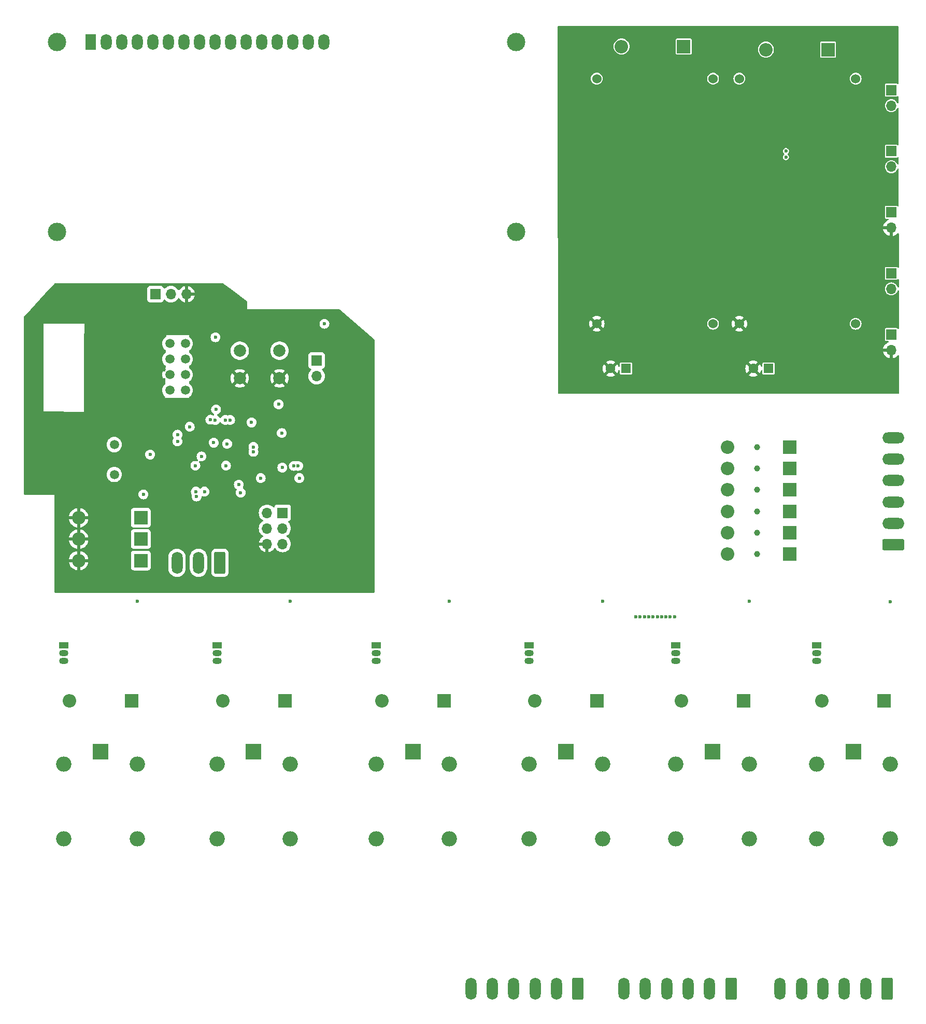
<source format=gbr>
%TF.GenerationSoftware,KiCad,Pcbnew,8.0.7*%
%TF.CreationDate,2025-02-23T09:23:23-08:00*%
%TF.ProjectId,M56Controller,4d353643-6f6e-4747-926f-6c6c65722e6b,rev?*%
%TF.SameCoordinates,Original*%
%TF.FileFunction,Copper,L2,Inr*%
%TF.FilePolarity,Positive*%
%FSLAX46Y46*%
G04 Gerber Fmt 4.6, Leading zero omitted, Abs format (unit mm)*
G04 Created by KiCad (PCBNEW 8.0.7) date 2025-02-23 09:23:23*
%MOMM*%
%LPD*%
G01*
G04 APERTURE LIST*
G04 Aperture macros list*
%AMRoundRect*
0 Rectangle with rounded corners*
0 $1 Rounding radius*
0 $2 $3 $4 $5 $6 $7 $8 $9 X,Y pos of 4 corners*
0 Add a 4 corners polygon primitive as box body*
4,1,4,$2,$3,$4,$5,$6,$7,$8,$9,$2,$3,0*
0 Add four circle primitives for the rounded corners*
1,1,$1+$1,$2,$3*
1,1,$1+$1,$4,$5*
1,1,$1+$1,$6,$7*
1,1,$1+$1,$8,$9*
0 Add four rect primitives between the rounded corners*
20,1,$1+$1,$2,$3,$4,$5,0*
20,1,$1+$1,$4,$5,$6,$7,0*
20,1,$1+$1,$6,$7,$8,$9,0*
20,1,$1+$1,$8,$9,$2,$3,0*%
G04 Aperture macros list end*
%TA.AperFunction,ComponentPad*%
%ADD10C,2.000000*%
%TD*%
%TA.AperFunction,ComponentPad*%
%ADD11R,1.500000X1.050000*%
%TD*%
%TA.AperFunction,ComponentPad*%
%ADD12O,1.500000X1.050000*%
%TD*%
%TA.AperFunction,ComponentPad*%
%ADD13R,2.200000X2.200000*%
%TD*%
%TA.AperFunction,ComponentPad*%
%ADD14O,2.200000X2.200000*%
%TD*%
%TA.AperFunction,ComponentPad*%
%ADD15R,1.700000X1.700000*%
%TD*%
%TA.AperFunction,ComponentPad*%
%ADD16O,1.700000X1.700000*%
%TD*%
%TA.AperFunction,ComponentPad*%
%ADD17C,1.524000*%
%TD*%
%TA.AperFunction,ComponentPad*%
%ADD18R,1.600000X1.600000*%
%TD*%
%TA.AperFunction,ComponentPad*%
%ADD19C,1.600000*%
%TD*%
%TA.AperFunction,ComponentPad*%
%ADD20C,3.000000*%
%TD*%
%TA.AperFunction,ComponentPad*%
%ADD21R,1.800000X2.600000*%
%TD*%
%TA.AperFunction,ComponentPad*%
%ADD22O,1.800000X2.600000*%
%TD*%
%TA.AperFunction,ComponentPad*%
%ADD23R,2.500000X2.500000*%
%TD*%
%TA.AperFunction,ComponentPad*%
%ADD24O,2.500000X2.500000*%
%TD*%
%TA.AperFunction,ComponentPad*%
%ADD25RoundRect,0.250000X0.650000X1.550000X-0.650000X1.550000X-0.650000X-1.550000X0.650000X-1.550000X0*%
%TD*%
%TA.AperFunction,ComponentPad*%
%ADD26O,1.800000X3.600000*%
%TD*%
%TA.AperFunction,ComponentPad*%
%ADD27RoundRect,0.250000X1.550000X-0.650000X1.550000X0.650000X-1.550000X0.650000X-1.550000X-0.650000X0*%
%TD*%
%TA.AperFunction,ComponentPad*%
%ADD28O,3.600000X1.800000*%
%TD*%
%TA.AperFunction,ComponentPad*%
%ADD29C,1.500000*%
%TD*%
%TA.AperFunction,ViaPad*%
%ADD30C,0.600000*%
%TD*%
%TA.AperFunction,ViaPad*%
%ADD31C,1.000000*%
%TD*%
G04 APERTURE END LIST*
D10*
%TO.N,/Controller/MCU_RESET*%
%TO.C,SW1*%
X52370000Y-73000000D03*
X58870000Y-73000000D03*
%TO.N,GND*%
X52370000Y-77500000D03*
X58870000Y-77500000D03*
%TD*%
D11*
%TO.N,GND*%
%TO.C,Q5*%
X99633250Y-121107500D03*
D12*
%TO.N,Net-(Q5-B)*%
X99633250Y-122377500D03*
%TO.N,Net-(D5-A)*%
X99633250Y-123647500D03*
%TD*%
D13*
%TO.N,/Controller/VoltageDividers/AVOUT4*%
%TO.C,D10*%
X142213250Y-95700000D03*
D14*
%TO.N,GND*%
X132053250Y-95700000D03*
%TD*%
D15*
%TO.N,+3.3V*%
%TO.C,J13*%
X158825000Y-70350000D03*
D16*
%TO.N,GND*%
X158825000Y-72890000D03*
%TD*%
D17*
%TO.N,/Power Supply/VIN*%
%TO.C,U5*%
X129700000Y-28600000D03*
%TO.N,Net-(D19-A)*%
X110700000Y-28600000D03*
%TO.N,+12V*%
X129700000Y-68600000D03*
%TO.N,GND*%
X110700000Y-68600000D03*
%TD*%
D13*
%TO.N,+12V*%
%TO.C,D5*%
X110713250Y-130110000D03*
D14*
%TO.N,Net-(D5-A)*%
X100553250Y-130110000D03*
%TD*%
D18*
%TO.N,+12V*%
%TO.C,C9*%
X115475000Y-75900000D03*
D19*
%TO.N,GND*%
X112975000Y-75900000D03*
%TD*%
D13*
%TO.N,+12V*%
%TO.C,D6*%
X34713250Y-130110000D03*
D14*
%TO.N,Net-(D6-A)*%
X24553250Y-130110000D03*
%TD*%
D11*
%TO.N,GND*%
%TO.C,Q3*%
X123633250Y-121107500D03*
D12*
%TO.N,Net-(Q3-B)*%
X123633250Y-122377500D03*
%TO.N,Net-(D3-A)*%
X123633250Y-123647500D03*
%TD*%
D20*
%TO.N,*%
%TO.C,DS1*%
X22520900Y-22600000D03*
X22520900Y-53600700D03*
X97519480Y-53600700D03*
X97520000Y-22600000D03*
D21*
%TO.N,unconnected-(DS1-VSS-Pad1)*%
X28020000Y-22600000D03*
D22*
%TO.N,unconnected-(DS1-VDD-Pad2)*%
X30560000Y-22600000D03*
%TO.N,unconnected-(DS1-VO-Pad3)*%
X33100000Y-22600000D03*
%TO.N,unconnected-(DS1-RS-Pad4)*%
X35640000Y-22600000D03*
%TO.N,unconnected-(DS1-R{slash}W-Pad5)*%
X38180000Y-22600000D03*
%TO.N,unconnected-(DS1-E-Pad6)*%
X40720000Y-22600000D03*
%TO.N,unconnected-(DS1-D0-Pad7)*%
X43260000Y-22600000D03*
%TO.N,unconnected-(DS1-D1-Pad8)*%
X45800000Y-22600000D03*
%TO.N,unconnected-(DS1-D2-Pad9)*%
X48340000Y-22600000D03*
%TO.N,unconnected-(DS1-D3-Pad10)*%
X50880000Y-22600000D03*
%TO.N,unconnected-(DS1-D4-Pad11)*%
X53420000Y-22600000D03*
%TO.N,unconnected-(DS1-D5-Pad12)*%
X55960000Y-22600000D03*
%TO.N,unconnected-(DS1-D6-Pad13)*%
X58500000Y-22600000D03*
%TO.N,unconnected-(DS1-D7-Pad14)*%
X61040000Y-22600000D03*
%TO.N,unconnected-(DS1-LED(+)-Pad15)*%
X63580000Y-22600000D03*
%TO.N,unconnected-(DS1-LED(-)-Pad16)*%
X66120000Y-22600000D03*
%TD*%
D13*
%TO.N,+12V*%
%TO.C,D3*%
X134713250Y-130110000D03*
D14*
%TO.N,Net-(D3-A)*%
X124553250Y-130110000D03*
%TD*%
D13*
%TO.N,/Power Supply/VIN*%
%TO.C,D20*%
X148500000Y-23850000D03*
D14*
%TO.N,Net-(D19-A)*%
X138340000Y-23850000D03*
%TD*%
D23*
%TO.N,/RelayDriver/RELAY6IN*%
%TO.C,K6*%
X29633250Y-138482500D03*
D24*
%TO.N,Net-(D6-A)*%
X23633250Y-140482500D03*
%TO.N,/RelayDriver/RELAY6OUT_NO*%
X23633250Y-152682500D03*
%TO.N,/RelayDriver/RELAY6OUT_NC*%
X35633250Y-152682500D03*
%TO.N,+12V*%
X35633250Y-140482500D03*
%TD*%
D15*
%TO.N,/Controller/MCU_MISO*%
%TO.C,J2*%
X59370000Y-99460000D03*
D16*
%TO.N,+5V*%
X56830000Y-99460000D03*
%TO.N,/Controller/MCU_SCK*%
X59370000Y-102000000D03*
%TO.N,/Controller/MCU_MOSI*%
X56830000Y-102000000D03*
%TO.N,/Controller/MCU_RESET*%
X59370000Y-104540000D03*
%TO.N,GND*%
X56830000Y-104540000D03*
%TD*%
D13*
%TO.N,/Controller/AUXIO1*%
%TO.C,D16*%
X36200000Y-107250000D03*
D14*
%TO.N,GND*%
X26040000Y-107250000D03*
%TD*%
D25*
%TO.N,/RelayDriver/RELAY5IN*%
%TO.C,J14*%
X107633250Y-177110000D03*
D26*
%TO.N,/RelayDriver/RELAY5OUT_NC*%
X104133250Y-177110000D03*
%TO.N,/RelayDriver/RELAY5OUT_NO*%
X100633250Y-177110000D03*
%TO.N,/RelayDriver/RELAY6IN*%
X97133250Y-177110000D03*
%TO.N,/RelayDriver/RELAY6OUT_NC*%
X93633250Y-177110000D03*
%TO.N,/RelayDriver/RELAY6OUT_NO*%
X90133250Y-177110000D03*
%TD*%
D25*
%TO.N,/RelayDriver/RELAY3IN*%
%TO.C,J8*%
X132633250Y-177110000D03*
D26*
%TO.N,/RelayDriver/RELAY3OUT_NC*%
X129133250Y-177110000D03*
%TO.N,/RelayDriver/RELAY3OUT_NO*%
X125633250Y-177110000D03*
%TO.N,/RelayDriver/RELAY4IN*%
X122133250Y-177110000D03*
%TO.N,/RelayDriver/RELAY4OUT_NC*%
X118633250Y-177110000D03*
%TO.N,/RelayDriver/RELAY4OUT_NO*%
X115133250Y-177110000D03*
%TD*%
D13*
%TO.N,/Controller/VoltageDividers/AVOUT1*%
%TO.C,D7*%
X142213250Y-106200000D03*
D14*
%TO.N,GND*%
X132053250Y-106200000D03*
%TD*%
D23*
%TO.N,/RelayDriver/RELAY1IN*%
%TO.C,K1*%
X152633250Y-138482500D03*
D24*
%TO.N,Net-(D1-A)*%
X146633250Y-140482500D03*
%TO.N,/RelayDriver/RELAY1OUT_NO*%
X146633250Y-152682500D03*
%TO.N,/RelayDriver/RELAY1OUT_NC*%
X158633250Y-152682500D03*
%TO.N,+12V*%
X158633250Y-140482500D03*
%TD*%
D15*
%TO.N,Net-(D19-A)*%
%TO.C,J10*%
X158825000Y-60375000D03*
D16*
%TO.N,/Power Supply/VIN*%
X158825000Y-62915000D03*
%TD*%
D13*
%TO.N,+12V*%
%TO.C,D1*%
X157633250Y-130110000D03*
D14*
%TO.N,Net-(D1-A)*%
X147473250Y-130110000D03*
%TD*%
D15*
%TO.N,+5V*%
%TO.C,J12*%
X158825000Y-50400000D03*
D16*
%TO.N,GND*%
X158825000Y-52940000D03*
%TD*%
D11*
%TO.N,GND*%
%TO.C,Q1*%
X146633250Y-121107500D03*
D12*
%TO.N,Net-(Q1-B)*%
X146633250Y-122377500D03*
%TO.N,Net-(D1-A)*%
X146633250Y-123647500D03*
%TD*%
D13*
%TO.N,/Power Supply/VIN*%
%TO.C,D19*%
X124910000Y-23350000D03*
D14*
%TO.N,Net-(D19-A)*%
X114750000Y-23350000D03*
%TD*%
D13*
%TO.N,/Controller/VoltageDividers/AVOUT3*%
%TO.C,D9*%
X142213250Y-99200000D03*
D14*
%TO.N,GND*%
X132053250Y-99200000D03*
%TD*%
D25*
%TO.N,/Controller/AUXIO3*%
%TO.C,J9*%
X49120000Y-107607500D03*
D26*
%TO.N,/Controller/AUXIO2*%
X45620000Y-107607500D03*
%TO.N,/Controller/AUXIO1*%
X42120000Y-107607500D03*
%TD*%
D27*
%TO.N,/Controller/VoltageDividers/AVIN1*%
%TO.C,J6*%
X159133250Y-104700000D03*
D28*
%TO.N,/Controller/VoltageDividers/AVIN2*%
X159133250Y-101200000D03*
%TO.N,/Controller/VoltageDividers/AVIN3*%
X159133250Y-97700000D03*
%TO.N,/Controller/VoltageDividers/AVIN4*%
X159133250Y-94200000D03*
%TO.N,/Controller/VoltageDividers/AVIN5*%
X159133250Y-90700000D03*
%TO.N,/Controller/VoltageDividers/AVIN6*%
X159133250Y-87200000D03*
%TD*%
D13*
%TO.N,/Controller/AUXIO2*%
%TO.C,D17*%
X36200000Y-103750000D03*
D14*
%TO.N,GND*%
X26040000Y-103750000D03*
%TD*%
D29*
%TO.N,Net-(U1-XTAL2{slash}PB7)*%
%TO.C,Y1*%
X31870000Y-93200000D03*
%TO.N,Net-(U1-XTAL1{slash}PB6)*%
X31870000Y-88320000D03*
%TD*%
D13*
%TO.N,/Controller/VoltageDividers/AVOUT2*%
%TO.C,D8*%
X142213250Y-102700000D03*
D14*
%TO.N,GND*%
X132053250Y-102700000D03*
%TD*%
D23*
%TO.N,/RelayDriver/RELAY3IN*%
%TO.C,K3*%
X105633250Y-138482500D03*
D24*
%TO.N,Net-(D5-A)*%
X99633250Y-140482500D03*
%TO.N,/RelayDriver/RELAY3OUT_NO*%
X99633250Y-152682500D03*
%TO.N,/RelayDriver/RELAY3OUT_NC*%
X111633250Y-152682500D03*
%TO.N,+12V*%
X111633250Y-140482500D03*
%TD*%
D23*
%TO.N,/RelayDriver/RELAY2IN*%
%TO.C,K2*%
X129633250Y-138482500D03*
D24*
%TO.N,Net-(D3-A)*%
X123633250Y-140482500D03*
%TO.N,/RelayDriver/RELAY2OUT_NO*%
X123633250Y-152682500D03*
%TO.N,/RelayDriver/RELAY2OUT_NC*%
X135633250Y-152682500D03*
%TO.N,+12V*%
X135633250Y-140482500D03*
%TD*%
D11*
%TO.N,GND*%
%TO.C,Q2*%
X74633250Y-121107500D03*
D12*
%TO.N,Net-(Q2-B)*%
X74633250Y-122377500D03*
%TO.N,Net-(D2-A)*%
X74633250Y-123647500D03*
%TD*%
D29*
%TO.N,/Controller/ESP_TX*%
%TO.C,U2*%
X40930000Y-79450000D03*
%TO.N,GND*%
X40930000Y-76910000D03*
%TO.N,unconnected-(U2-CH_PD-Pad3)*%
X40930000Y-74370000D03*
%TO.N,unconnected-(U2-GPIO2-Pad4)*%
X40930000Y-71830000D03*
%TO.N,/Controller/ESP_RST*%
X43470000Y-79450000D03*
%TO.N,unconnected-(U2-GPIO0-Pad6)*%
X43470000Y-76910000D03*
%TO.N,+3.3V*%
X43470000Y-74370000D03*
%TO.N,Net-(U2-URXD)*%
X43470000Y-71830000D03*
%TD*%
D15*
%TO.N,/Controller/MCU_SDA*%
%TO.C,J5*%
X158825000Y-30450000D03*
D16*
%TO.N,/Controller/MCU_SCL*%
X158825000Y-32990000D03*
%TD*%
D18*
%TO.N,+5V*%
%TO.C,C11*%
X138775000Y-75900000D03*
D19*
%TO.N,GND*%
X136275000Y-75900000D03*
%TD*%
D13*
%TO.N,+12V*%
%TO.C,D2*%
X85713250Y-130110000D03*
D14*
%TO.N,Net-(D2-A)*%
X75553250Y-130110000D03*
%TD*%
D11*
%TO.N,GND*%
%TO.C,Q6*%
X23633250Y-121107500D03*
D12*
%TO.N,Net-(Q6-B)*%
X23633250Y-122377500D03*
%TO.N,Net-(D6-A)*%
X23633250Y-123647500D03*
%TD*%
D15*
%TO.N,/Controller/MCU_SDA*%
%TO.C,J4*%
X158825000Y-40425000D03*
D16*
%TO.N,/Controller/MCU_SCL*%
X158825000Y-42965000D03*
%TD*%
D13*
%TO.N,/Controller/ANALOG7*%
%TO.C,D12*%
X142213250Y-88700000D03*
D14*
%TO.N,GND*%
X132053250Y-88700000D03*
%TD*%
D15*
%TO.N,+3.3V*%
%TO.C,J1*%
X38580000Y-63750000D03*
D16*
%TO.N,/Controller/ESP_RST*%
X41120000Y-63750000D03*
%TO.N,GND*%
X43660000Y-63750000D03*
%TD*%
D23*
%TO.N,/RelayDriver/RELAY4IN*%
%TO.C,K4*%
X80633250Y-138482500D03*
D24*
%TO.N,Net-(D2-A)*%
X74633250Y-140482500D03*
%TO.N,/RelayDriver/RELAY4OUT_NO*%
X74633250Y-152682500D03*
%TO.N,/RelayDriver/RELAY4OUT_NC*%
X86633250Y-152682500D03*
%TO.N,+12V*%
X86633250Y-140482500D03*
%TD*%
D25*
%TO.N,/RelayDriver/RELAY1IN*%
%TO.C,J7*%
X158133250Y-177110000D03*
D26*
%TO.N,/RelayDriver/RELAY1OUT_NC*%
X154633250Y-177110000D03*
%TO.N,/RelayDriver/RELAY1OUT_NO*%
X151133250Y-177110000D03*
%TO.N,/RelayDriver/RELAY2IN*%
X147633250Y-177110000D03*
%TO.N,/RelayDriver/RELAY2OUT_NC*%
X144133250Y-177110000D03*
%TO.N,/RelayDriver/RELAY2OUT_NO*%
X140633250Y-177110000D03*
%TD*%
D11*
%TO.N,GND*%
%TO.C,Q4*%
X48633250Y-121107500D03*
D12*
%TO.N,Net-(Q4-B)*%
X48633250Y-122377500D03*
%TO.N,Net-(D4-A)*%
X48633250Y-123647500D03*
%TD*%
D13*
%TO.N,/Controller/AUXIO3*%
%TO.C,D18*%
X36200000Y-100250000D03*
D14*
%TO.N,GND*%
X26040000Y-100250000D03*
%TD*%
D13*
%TO.N,+12V*%
%TO.C,D4*%
X59793250Y-130110000D03*
D14*
%TO.N,Net-(D4-A)*%
X49633250Y-130110000D03*
%TD*%
D23*
%TO.N,/RelayDriver/RELAY5IN*%
%TO.C,K5*%
X54633250Y-138482500D03*
D24*
%TO.N,Net-(D4-A)*%
X48633250Y-140482500D03*
%TO.N,/RelayDriver/RELAY5OUT_NO*%
X48633250Y-152682500D03*
%TO.N,/RelayDriver/RELAY5OUT_NC*%
X60633250Y-152682500D03*
%TO.N,+12V*%
X60633250Y-140482500D03*
%TD*%
D13*
%TO.N,/Controller/ANALOG6*%
%TO.C,D11*%
X142213250Y-92200000D03*
D14*
%TO.N,GND*%
X132053250Y-92200000D03*
%TD*%
D17*
%TO.N,/Power Supply/VIN*%
%TO.C,U4*%
X153000000Y-28600000D03*
%TO.N,Net-(D19-A)*%
X134000000Y-28600000D03*
%TO.N,+5V*%
X153000000Y-68600000D03*
%TO.N,GND*%
X134000000Y-68600000D03*
%TD*%
D15*
%TO.N,Net-(J3-Pin_1)*%
%TO.C,J3*%
X64920000Y-74610000D03*
D16*
%TO.N,+5V*%
X64920000Y-77150000D03*
%TD*%
D30*
%TO.N,GND*%
X31800000Y-110600000D03*
X60400000Y-68500000D03*
X26200000Y-111300000D03*
X24800000Y-110600000D03*
X30400000Y-111300000D03*
D31*
X136883250Y-102700000D03*
X136883250Y-92200000D03*
D30*
X31100000Y-111600000D03*
X32400000Y-111600000D03*
X46000000Y-80800000D03*
X31800000Y-111300000D03*
X64020000Y-85242500D03*
X25845000Y-91750000D03*
X41820000Y-96550000D03*
X28300000Y-110900000D03*
X57520000Y-95850000D03*
X26900000Y-111600000D03*
X24100000Y-111600000D03*
X29700000Y-110200000D03*
X24800000Y-111300000D03*
X29000000Y-109900000D03*
X50120000Y-89750000D03*
X29700000Y-110900000D03*
X30400000Y-109900000D03*
X23400000Y-109900000D03*
X26900000Y-110900000D03*
X45120000Y-90750000D03*
X33100000Y-109900000D03*
D31*
X136883250Y-88700000D03*
D30*
X24100000Y-110200000D03*
X40620000Y-89950000D03*
X64120000Y-81850000D03*
X30400000Y-110600000D03*
X66320000Y-99650000D03*
X25845000Y-89750000D03*
X26900000Y-110200000D03*
X23400000Y-110600000D03*
X29700000Y-111600000D03*
X29000000Y-111300000D03*
D31*
X136883250Y-95700000D03*
D30*
X28300000Y-111600000D03*
X69020000Y-94742500D03*
D31*
X136883250Y-106200000D03*
D30*
X25845000Y-90750000D03*
X45620000Y-89250000D03*
X31100000Y-110200000D03*
X32400000Y-110200000D03*
X71595000Y-80900000D03*
X25500000Y-110900000D03*
X29000000Y-110600000D03*
X27600000Y-109900000D03*
X26200000Y-110600000D03*
X24800000Y-109900000D03*
X32400000Y-110900000D03*
X33100000Y-110600000D03*
X27600000Y-110600000D03*
D31*
X136883250Y-99200000D03*
D30*
X33100000Y-111300000D03*
X28300000Y-110200000D03*
X23400000Y-111300000D03*
X25500000Y-111600000D03*
X25500000Y-110200000D03*
X71600000Y-80100000D03*
X48400000Y-67400000D03*
X27600000Y-111300000D03*
X58320000Y-87350000D03*
X26200000Y-109900000D03*
X24100000Y-110900000D03*
X31800000Y-109900000D03*
X31100000Y-110900000D03*
%TO.N,+5V*%
X66200000Y-68600000D03*
X61200000Y-91802500D03*
X37720000Y-89950000D03*
X45120000Y-91750000D03*
X54300000Y-84700000D03*
X46120000Y-90250000D03*
X48400000Y-70800000D03*
X50120000Y-91750000D03*
X52520000Y-96150000D03*
X36620000Y-96450000D03*
X61900000Y-91802500D03*
X58720000Y-81750000D03*
%TO.N,+3.3V*%
X59223750Y-86446250D03*
%TO.N,+12V*%
X117800000Y-116400000D03*
X121300000Y-116400000D03*
X120600000Y-116400000D03*
X122000000Y-116400000D03*
X119200000Y-116400000D03*
X123400000Y-116400000D03*
X117100000Y-116400000D03*
X122700000Y-116400000D03*
X118500000Y-116400000D03*
X119900000Y-116400000D03*
%TO.N,/Controller/VoltageDividers/AVOUT1*%
X54600000Y-89500000D03*
%TO.N,/Controller/VoltageDividers/AVOUT2*%
X54600000Y-88700000D03*
%TO.N,/Controller/VoltageDividers/AVOUT3*%
X50800000Y-84300000D03*
%TO.N,/Controller/VoltageDividers/AVOUT4*%
X50000000Y-84300000D03*
%TO.N,/Controller/ANALOG6*%
X59321323Y-92078677D03*
%TO.N,/Controller/ANALOG7*%
X50300000Y-88200000D03*
X55800000Y-93800000D03*
X62100000Y-93800000D03*
%TO.N,/Controller/MCU_RESET*%
X48120000Y-88000000D03*
X47570000Y-84250000D03*
%TO.N,/Controller/MCU_SCK*%
X52220000Y-94850000D03*
%TO.N,/Controller/MCU_SCL*%
X48370000Y-84300000D03*
X141600000Y-41400000D03*
%TO.N,/Controller/MCU_SDA*%
X141600000Y-40400000D03*
X48500000Y-82600000D03*
%TO.N,/Controller/RELAY1*%
X158633250Y-114000000D03*
X44200000Y-85400000D03*
%TO.N,/Controller/RELAY4*%
X86633250Y-113900000D03*
X45200000Y-96000000D03*
%TO.N,/Controller/RELAY2*%
X135600000Y-113900000D03*
X42200000Y-86700000D03*
%TO.N,/Controller/RELAY5*%
X45313137Y-96791962D03*
X60633250Y-113900000D03*
%TO.N,/Controller/RELAY3*%
X111633250Y-113900000D03*
X42200000Y-87800000D03*
%TO.N,/Controller/RELAY6*%
X46600000Y-96000000D03*
X35633250Y-113900000D03*
%TD*%
%TA.AperFunction,Conductor*%
%TO.N,GND*%
G36*
X159943245Y-20019685D02*
G01*
X159989000Y-20072489D01*
X160000206Y-20123793D01*
X160015590Y-29354241D01*
X159996017Y-29421314D01*
X159943289Y-29467156D01*
X159874148Y-29477215D01*
X159822699Y-29457550D01*
X159753230Y-29411132D01*
X159753229Y-29411131D01*
X159694752Y-29399500D01*
X159694748Y-29399500D01*
X157955252Y-29399500D01*
X157955247Y-29399500D01*
X157896770Y-29411131D01*
X157896769Y-29411132D01*
X157830447Y-29455447D01*
X157786132Y-29521769D01*
X157786131Y-29521770D01*
X157774500Y-29580247D01*
X157774500Y-31319752D01*
X157786131Y-31378229D01*
X157786132Y-31378230D01*
X157830447Y-31444552D01*
X157896769Y-31488867D01*
X157896770Y-31488868D01*
X157955247Y-31500499D01*
X157955250Y-31500500D01*
X157955252Y-31500500D01*
X159694750Y-31500500D01*
X159694751Y-31500499D01*
X159709568Y-31497552D01*
X159753229Y-31488868D01*
X159753231Y-31488867D01*
X159826345Y-31440013D01*
X159893022Y-31419134D01*
X159960403Y-31437618D01*
X160007093Y-31489596D01*
X160019237Y-31542907D01*
X160020838Y-32503529D01*
X160001265Y-32570602D01*
X159948537Y-32616444D01*
X159879396Y-32626503D01*
X159815792Y-32597584D01*
X159787481Y-32562192D01*
X159702685Y-32403550D01*
X159650702Y-32340209D01*
X159571410Y-32243589D01*
X159411452Y-32112317D01*
X159411453Y-32112317D01*
X159411450Y-32112315D01*
X159228954Y-32014768D01*
X159030934Y-31954700D01*
X159030932Y-31954699D01*
X159030934Y-31954699D01*
X158825000Y-31934417D01*
X158619067Y-31954699D01*
X158421043Y-32014769D01*
X158310898Y-32073643D01*
X158238550Y-32112315D01*
X158238548Y-32112316D01*
X158238547Y-32112317D01*
X158078589Y-32243589D01*
X157947317Y-32403547D01*
X157849769Y-32586043D01*
X157789699Y-32784067D01*
X157769417Y-32990000D01*
X157789699Y-33195932D01*
X157789700Y-33195934D01*
X157849768Y-33393954D01*
X157947315Y-33576450D01*
X157947316Y-33576451D01*
X157947317Y-33576452D01*
X158078589Y-33736410D01*
X158175209Y-33815702D01*
X158238550Y-33867685D01*
X158421046Y-33965232D01*
X158619066Y-34025300D01*
X158619065Y-34025300D01*
X158637529Y-34027118D01*
X158825000Y-34045583D01*
X159030934Y-34025300D01*
X159228954Y-33965232D01*
X159411450Y-33867685D01*
X159571410Y-33736410D01*
X159702685Y-33576450D01*
X159789096Y-33414786D01*
X159838058Y-33364942D01*
X159906196Y-33349482D01*
X159971876Y-33373314D01*
X160014244Y-33428871D01*
X160022454Y-33473033D01*
X160032238Y-39343564D01*
X160012665Y-39410637D01*
X159959937Y-39456479D01*
X159890796Y-39466538D01*
X159827192Y-39437619D01*
X159820557Y-39431452D01*
X159819553Y-39430448D01*
X159753230Y-39386132D01*
X159753229Y-39386131D01*
X159694752Y-39374500D01*
X159694748Y-39374500D01*
X157955252Y-39374500D01*
X157955247Y-39374500D01*
X157896770Y-39386131D01*
X157896769Y-39386132D01*
X157830447Y-39430447D01*
X157786132Y-39496769D01*
X157786131Y-39496770D01*
X157774500Y-39555247D01*
X157774500Y-41294752D01*
X157786131Y-41353229D01*
X157786132Y-41353230D01*
X157830447Y-41419552D01*
X157896769Y-41463867D01*
X157896770Y-41463868D01*
X157955247Y-41475499D01*
X157955250Y-41475500D01*
X157955252Y-41475500D01*
X159694750Y-41475500D01*
X159694751Y-41475499D01*
X159709568Y-41472552D01*
X159753229Y-41463868D01*
X159753229Y-41463867D01*
X159753231Y-41463867D01*
X159819552Y-41419552D01*
X159819556Y-41419545D01*
X159824151Y-41414952D01*
X159885473Y-41381465D01*
X159955165Y-41386447D01*
X160011100Y-41428316D01*
X160035520Y-41493779D01*
X160035836Y-41502423D01*
X160037516Y-42510304D01*
X160017943Y-42577376D01*
X159965215Y-42623219D01*
X159896074Y-42633278D01*
X159832470Y-42604359D01*
X159804521Y-42565661D01*
X159803104Y-42566419D01*
X159799869Y-42560368D01*
X159702685Y-42378550D01*
X159650702Y-42315209D01*
X159571410Y-42218589D01*
X159411452Y-42087317D01*
X159411453Y-42087317D01*
X159411450Y-42087315D01*
X159228954Y-41989768D01*
X159030934Y-41929700D01*
X159030932Y-41929699D01*
X159030934Y-41929699D01*
X158825000Y-41909417D01*
X158619067Y-41929699D01*
X158421043Y-41989769D01*
X158310898Y-42048643D01*
X158238550Y-42087315D01*
X158238548Y-42087316D01*
X158238547Y-42087317D01*
X158078589Y-42218589D01*
X157947317Y-42378547D01*
X157849769Y-42561043D01*
X157789699Y-42759067D01*
X157769417Y-42965000D01*
X157789699Y-43170932D01*
X157789700Y-43170934D01*
X157849768Y-43368954D01*
X157947315Y-43551450D01*
X157947317Y-43551452D01*
X158078589Y-43711410D01*
X158175209Y-43790702D01*
X158238550Y-43842685D01*
X158421046Y-43940232D01*
X158619066Y-44000300D01*
X158619065Y-44000300D01*
X158637529Y-44002118D01*
X158825000Y-44020583D01*
X159030934Y-44000300D01*
X159228954Y-43940232D01*
X159411450Y-43842685D01*
X159571410Y-43711410D01*
X159702685Y-43551450D01*
X159800232Y-43368954D01*
X159800234Y-43368945D01*
X159800458Y-43368408D01*
X159800653Y-43368164D01*
X159803104Y-43363581D01*
X159803972Y-43364045D01*
X159844291Y-43313998D01*
X159910582Y-43291925D01*
X159978284Y-43309195D01*
X160025901Y-43360325D01*
X160039025Y-43415638D01*
X160048898Y-49339709D01*
X160029325Y-49406782D01*
X159976597Y-49452624D01*
X159907456Y-49462683D01*
X159843852Y-49433764D01*
X159821796Y-49408806D01*
X159819552Y-49405448D01*
X159819550Y-49405447D01*
X159819550Y-49405446D01*
X159753230Y-49361132D01*
X159753229Y-49361131D01*
X159694752Y-49349500D01*
X159694748Y-49349500D01*
X157955252Y-49349500D01*
X157955247Y-49349500D01*
X157896770Y-49361131D01*
X157896769Y-49361132D01*
X157830447Y-49405447D01*
X157786132Y-49471769D01*
X157786131Y-49471770D01*
X157774500Y-49530247D01*
X157774500Y-51269752D01*
X157786131Y-51328229D01*
X157786132Y-51328230D01*
X157830447Y-51394552D01*
X157896769Y-51438867D01*
X157896770Y-51438868D01*
X157955247Y-51450499D01*
X157955250Y-51450500D01*
X158265543Y-51450500D01*
X158332582Y-51470185D01*
X158378337Y-51522989D01*
X158388281Y-51592147D01*
X158359256Y-51655703D01*
X158317948Y-51686882D01*
X158147422Y-51766399D01*
X158147420Y-51766400D01*
X157953926Y-51901886D01*
X157953920Y-51901891D01*
X157786891Y-52068920D01*
X157786886Y-52068926D01*
X157651400Y-52262420D01*
X157651399Y-52262422D01*
X157551570Y-52476507D01*
X157551567Y-52476513D01*
X157494364Y-52689999D01*
X157494364Y-52690000D01*
X158391988Y-52690000D01*
X158359075Y-52747007D01*
X158325000Y-52874174D01*
X158325000Y-53005826D01*
X158359075Y-53132993D01*
X158391988Y-53190000D01*
X157494364Y-53190000D01*
X157551567Y-53403486D01*
X157551570Y-53403492D01*
X157651399Y-53617578D01*
X157786894Y-53811082D01*
X157953917Y-53978105D01*
X158147421Y-54113600D01*
X158361507Y-54213429D01*
X158361516Y-54213433D01*
X158575000Y-54270634D01*
X158575000Y-53373012D01*
X158632007Y-53405925D01*
X158759174Y-53440000D01*
X158890826Y-53440000D01*
X159017993Y-53405925D01*
X159075000Y-53373012D01*
X159075000Y-54270633D01*
X159288483Y-54213433D01*
X159288492Y-54213429D01*
X159502578Y-54113600D01*
X159696078Y-53978108D01*
X159844845Y-53829341D01*
X159906169Y-53795856D01*
X159975860Y-53800840D01*
X160031794Y-53842711D01*
X160056211Y-53908176D01*
X160056527Y-53916815D01*
X160065565Y-59339651D01*
X160045992Y-59406724D01*
X159993264Y-59452566D01*
X159924123Y-59462625D01*
X159860519Y-59433706D01*
X159838463Y-59408750D01*
X159819551Y-59380447D01*
X159753230Y-59336132D01*
X159753229Y-59336131D01*
X159694752Y-59324500D01*
X159694748Y-59324500D01*
X157955252Y-59324500D01*
X157955247Y-59324500D01*
X157896770Y-59336131D01*
X157896769Y-59336132D01*
X157830447Y-59380447D01*
X157786132Y-59446769D01*
X157786131Y-59446770D01*
X157774500Y-59505247D01*
X157774500Y-61244752D01*
X157786131Y-61303229D01*
X157786132Y-61303230D01*
X157830447Y-61369552D01*
X157896769Y-61413867D01*
X157896770Y-61413868D01*
X157955247Y-61425499D01*
X157955250Y-61425500D01*
X157955252Y-61425500D01*
X159694750Y-61425500D01*
X159694751Y-61425499D01*
X159709568Y-61422552D01*
X159753229Y-61413868D01*
X159753229Y-61413867D01*
X159753231Y-61413867D01*
X159819552Y-61369552D01*
X159841905Y-61336099D01*
X159895517Y-61291294D01*
X159964842Y-61282587D01*
X160027870Y-61312741D01*
X160064589Y-61372184D01*
X160069007Y-61404783D01*
X160070944Y-62567320D01*
X160051371Y-62634393D01*
X159998643Y-62680235D01*
X159929501Y-62690294D01*
X159865898Y-62661375D01*
X159828284Y-62603522D01*
X159800232Y-62511046D01*
X159702685Y-62328550D01*
X159650702Y-62265209D01*
X159571410Y-62168589D01*
X159411452Y-62037317D01*
X159411453Y-62037317D01*
X159411450Y-62037315D01*
X159228954Y-61939768D01*
X159030934Y-61879700D01*
X159030932Y-61879699D01*
X159030934Y-61879699D01*
X158825000Y-61859417D01*
X158619067Y-61879699D01*
X158421043Y-61939769D01*
X158310898Y-61998643D01*
X158238550Y-62037315D01*
X158238548Y-62037316D01*
X158238547Y-62037317D01*
X158078589Y-62168589D01*
X157947317Y-62328547D01*
X157849769Y-62511043D01*
X157789699Y-62709067D01*
X157769417Y-62915000D01*
X157789699Y-63120932D01*
X157789700Y-63120934D01*
X157849768Y-63318954D01*
X157947315Y-63501450D01*
X157947317Y-63501452D01*
X158078589Y-63661410D01*
X158175209Y-63740702D01*
X158238550Y-63792685D01*
X158421046Y-63890232D01*
X158619066Y-63950300D01*
X158619065Y-63950300D01*
X158637529Y-63952118D01*
X158825000Y-63970583D01*
X159030934Y-63950300D01*
X159228954Y-63890232D01*
X159411450Y-63792685D01*
X159571410Y-63661410D01*
X159702685Y-63501450D01*
X159800232Y-63318954D01*
X159829436Y-63222678D01*
X159867732Y-63164242D01*
X159931544Y-63135785D01*
X160000611Y-63146344D01*
X160053005Y-63192568D01*
X160072096Y-63258468D01*
X160082231Y-69339594D01*
X160062658Y-69406667D01*
X160009930Y-69452509D01*
X159940789Y-69462568D01*
X159877185Y-69433649D01*
X159855129Y-69408692D01*
X159852101Y-69404161D01*
X159851110Y-69402677D01*
X159819552Y-69355447D01*
X159753230Y-69311132D01*
X159753229Y-69311131D01*
X159694752Y-69299500D01*
X159694748Y-69299500D01*
X157955252Y-69299500D01*
X157955247Y-69299500D01*
X157896770Y-69311131D01*
X157896769Y-69311132D01*
X157830447Y-69355447D01*
X157786132Y-69421769D01*
X157786131Y-69421770D01*
X157774500Y-69480247D01*
X157774500Y-71219752D01*
X157786131Y-71278229D01*
X157786132Y-71278230D01*
X157830447Y-71344552D01*
X157896769Y-71388867D01*
X157896770Y-71388868D01*
X157955247Y-71400499D01*
X157955250Y-71400500D01*
X158265543Y-71400500D01*
X158332582Y-71420185D01*
X158378337Y-71472989D01*
X158388281Y-71542147D01*
X158359256Y-71605703D01*
X158317948Y-71636882D01*
X158147422Y-71716399D01*
X158147420Y-71716400D01*
X157953926Y-71851886D01*
X157953920Y-71851891D01*
X157786891Y-72018920D01*
X157786886Y-72018926D01*
X157651400Y-72212420D01*
X157651399Y-72212422D01*
X157551570Y-72426507D01*
X157551567Y-72426513D01*
X157494364Y-72639999D01*
X157494364Y-72640000D01*
X158391988Y-72640000D01*
X158359075Y-72697007D01*
X158325000Y-72824174D01*
X158325000Y-72955826D01*
X158359075Y-73082993D01*
X158391988Y-73140000D01*
X157494364Y-73140000D01*
X157551567Y-73353486D01*
X157551570Y-73353492D01*
X157651399Y-73567578D01*
X157786894Y-73761082D01*
X157953917Y-73928105D01*
X158147421Y-74063600D01*
X158361507Y-74163429D01*
X158361516Y-74163433D01*
X158575000Y-74220634D01*
X158575000Y-73323012D01*
X158632007Y-73355925D01*
X158759174Y-73390000D01*
X158890826Y-73390000D01*
X159017993Y-73355925D01*
X159075000Y-73323012D01*
X159075000Y-74220633D01*
X159288483Y-74163433D01*
X159288492Y-74163429D01*
X159502578Y-74063600D01*
X159696082Y-73928105D01*
X159863105Y-73761082D01*
X159864140Y-73759605D01*
X159864765Y-73759104D01*
X159866588Y-73756933D01*
X159867024Y-73757299D01*
X159918716Y-73715979D01*
X159988214Y-73708784D01*
X160050570Y-73740305D01*
X160085985Y-73800534D01*
X160089717Y-73830519D01*
X160099793Y-79875793D01*
X160080220Y-79942866D01*
X160027492Y-79988708D01*
X159975793Y-80000000D01*
X150100000Y-80000000D01*
X104523794Y-80000000D01*
X104456755Y-79980315D01*
X104411000Y-79927511D01*
X104399794Y-79876207D01*
X104393167Y-75899997D01*
X111670034Y-75899997D01*
X111670034Y-75900002D01*
X111689858Y-76126599D01*
X111689860Y-76126610D01*
X111748730Y-76346317D01*
X111748735Y-76346331D01*
X111844863Y-76552478D01*
X111895974Y-76625472D01*
X112575000Y-75946446D01*
X112575000Y-75952661D01*
X112602259Y-76054394D01*
X112654920Y-76145606D01*
X112729394Y-76220080D01*
X112820606Y-76272741D01*
X112922339Y-76300000D01*
X112928553Y-76300000D01*
X112249526Y-76979025D01*
X112322513Y-77030132D01*
X112322521Y-77030136D01*
X112528668Y-77126264D01*
X112528682Y-77126269D01*
X112748389Y-77185139D01*
X112748400Y-77185141D01*
X112974998Y-77204966D01*
X112975002Y-77204966D01*
X113201599Y-77185141D01*
X113201610Y-77185139D01*
X113421317Y-77126269D01*
X113421331Y-77126264D01*
X113627478Y-77030136D01*
X113700471Y-76979024D01*
X113021447Y-76300000D01*
X113027661Y-76300000D01*
X113129394Y-76272741D01*
X113220606Y-76220080D01*
X113295080Y-76145606D01*
X113347741Y-76054394D01*
X113375000Y-75952661D01*
X113375000Y-75946447D01*
X114054024Y-76625471D01*
X114105136Y-76552478D01*
X114201264Y-76346331D01*
X114201269Y-76346317D01*
X114230725Y-76236387D01*
X114267090Y-76176726D01*
X114329937Y-76146197D01*
X114399312Y-76154492D01*
X114453190Y-76198977D01*
X114474465Y-76265529D01*
X114474500Y-76268480D01*
X114474500Y-76719752D01*
X114486131Y-76778229D01*
X114486132Y-76778230D01*
X114530447Y-76844552D01*
X114596769Y-76888867D01*
X114596770Y-76888868D01*
X114655247Y-76900499D01*
X114655250Y-76900500D01*
X114655252Y-76900500D01*
X116294750Y-76900500D01*
X116294751Y-76900499D01*
X116309568Y-76897552D01*
X116353229Y-76888868D01*
X116353229Y-76888867D01*
X116353231Y-76888867D01*
X116419552Y-76844552D01*
X116463867Y-76778231D01*
X116463867Y-76778229D01*
X116463868Y-76778229D01*
X116475499Y-76719752D01*
X116475500Y-76719750D01*
X116475500Y-75899997D01*
X134970034Y-75899997D01*
X134970034Y-75900002D01*
X134989858Y-76126599D01*
X134989860Y-76126610D01*
X135048730Y-76346317D01*
X135048735Y-76346331D01*
X135144863Y-76552478D01*
X135195974Y-76625472D01*
X135875000Y-75946446D01*
X135875000Y-75952661D01*
X135902259Y-76054394D01*
X135954920Y-76145606D01*
X136029394Y-76220080D01*
X136120606Y-76272741D01*
X136222339Y-76300000D01*
X136228553Y-76300000D01*
X135549526Y-76979025D01*
X135622513Y-77030132D01*
X135622521Y-77030136D01*
X135828668Y-77126264D01*
X135828682Y-77126269D01*
X136048389Y-77185139D01*
X136048400Y-77185141D01*
X136274998Y-77204966D01*
X136275002Y-77204966D01*
X136501599Y-77185141D01*
X136501610Y-77185139D01*
X136721317Y-77126269D01*
X136721331Y-77126264D01*
X136927478Y-77030136D01*
X137000471Y-76979024D01*
X136321447Y-76300000D01*
X136327661Y-76300000D01*
X136429394Y-76272741D01*
X136520606Y-76220080D01*
X136595080Y-76145606D01*
X136647741Y-76054394D01*
X136675000Y-75952661D01*
X136675000Y-75946447D01*
X137354024Y-76625471D01*
X137405136Y-76552478D01*
X137501264Y-76346331D01*
X137501269Y-76346317D01*
X137530725Y-76236387D01*
X137567090Y-76176726D01*
X137629937Y-76146197D01*
X137699312Y-76154492D01*
X137753190Y-76198977D01*
X137774465Y-76265529D01*
X137774500Y-76268480D01*
X137774500Y-76719752D01*
X137786131Y-76778229D01*
X137786132Y-76778230D01*
X137830447Y-76844552D01*
X137896769Y-76888867D01*
X137896770Y-76888868D01*
X137955247Y-76900499D01*
X137955250Y-76900500D01*
X137955252Y-76900500D01*
X139594750Y-76900500D01*
X139594751Y-76900499D01*
X139609568Y-76897552D01*
X139653229Y-76888868D01*
X139653229Y-76888867D01*
X139653231Y-76888867D01*
X139719552Y-76844552D01*
X139763867Y-76778231D01*
X139763867Y-76778229D01*
X139763868Y-76778229D01*
X139775499Y-76719752D01*
X139775500Y-76719750D01*
X139775500Y-75080249D01*
X139775499Y-75080247D01*
X139763868Y-75021770D01*
X139763867Y-75021769D01*
X139719552Y-74955447D01*
X139653230Y-74911132D01*
X139653229Y-74911131D01*
X139594752Y-74899500D01*
X139594748Y-74899500D01*
X137955252Y-74899500D01*
X137955247Y-74899500D01*
X137896770Y-74911131D01*
X137896769Y-74911132D01*
X137830447Y-74955447D01*
X137786132Y-75021769D01*
X137786131Y-75021770D01*
X137774500Y-75080247D01*
X137774500Y-75531519D01*
X137754815Y-75598558D01*
X137702011Y-75644313D01*
X137632853Y-75654257D01*
X137569297Y-75625232D01*
X137531523Y-75566454D01*
X137530725Y-75563613D01*
X137501268Y-75453679D01*
X137501264Y-75453668D01*
X137405136Y-75247521D01*
X137405132Y-75247513D01*
X137354025Y-75174526D01*
X136675000Y-75853551D01*
X136675000Y-75847339D01*
X136647741Y-75745606D01*
X136595080Y-75654394D01*
X136520606Y-75579920D01*
X136429394Y-75527259D01*
X136327661Y-75500000D01*
X136321445Y-75500000D01*
X137000472Y-74820974D01*
X136927478Y-74769863D01*
X136721331Y-74673735D01*
X136721317Y-74673730D01*
X136501610Y-74614860D01*
X136501599Y-74614858D01*
X136275002Y-74595034D01*
X136274998Y-74595034D01*
X136048400Y-74614858D01*
X136048389Y-74614860D01*
X135828682Y-74673730D01*
X135828673Y-74673734D01*
X135622516Y-74769866D01*
X135622512Y-74769868D01*
X135549526Y-74820973D01*
X135549526Y-74820974D01*
X136228553Y-75500000D01*
X136222339Y-75500000D01*
X136120606Y-75527259D01*
X136029394Y-75579920D01*
X135954920Y-75654394D01*
X135902259Y-75745606D01*
X135875000Y-75847339D01*
X135875000Y-75853552D01*
X135195974Y-75174526D01*
X135195973Y-75174526D01*
X135144868Y-75247512D01*
X135144866Y-75247516D01*
X135048734Y-75453673D01*
X135048730Y-75453682D01*
X134989860Y-75673389D01*
X134989858Y-75673400D01*
X134970034Y-75899997D01*
X116475500Y-75899997D01*
X116475500Y-75080249D01*
X116475499Y-75080247D01*
X116463868Y-75021770D01*
X116463867Y-75021769D01*
X116419552Y-74955447D01*
X116353230Y-74911132D01*
X116353229Y-74911131D01*
X116294752Y-74899500D01*
X116294748Y-74899500D01*
X114655252Y-74899500D01*
X114655247Y-74899500D01*
X114596770Y-74911131D01*
X114596769Y-74911132D01*
X114530447Y-74955447D01*
X114486132Y-75021769D01*
X114486131Y-75021770D01*
X114474500Y-75080247D01*
X114474500Y-75531519D01*
X114454815Y-75598558D01*
X114402011Y-75644313D01*
X114332853Y-75654257D01*
X114269297Y-75625232D01*
X114231523Y-75566454D01*
X114230725Y-75563613D01*
X114201268Y-75453679D01*
X114201264Y-75453668D01*
X114105136Y-75247521D01*
X114105132Y-75247513D01*
X114054025Y-75174526D01*
X113375000Y-75853551D01*
X113375000Y-75847339D01*
X113347741Y-75745606D01*
X113295080Y-75654394D01*
X113220606Y-75579920D01*
X113129394Y-75527259D01*
X113027661Y-75500000D01*
X113021445Y-75500000D01*
X113700472Y-74820974D01*
X113627478Y-74769863D01*
X113421331Y-74673735D01*
X113421317Y-74673730D01*
X113201610Y-74614860D01*
X113201599Y-74614858D01*
X112975002Y-74595034D01*
X112974998Y-74595034D01*
X112748400Y-74614858D01*
X112748389Y-74614860D01*
X112528682Y-74673730D01*
X112528673Y-74673734D01*
X112322516Y-74769866D01*
X112322512Y-74769868D01*
X112249526Y-74820973D01*
X112249526Y-74820974D01*
X112928553Y-75500000D01*
X112922339Y-75500000D01*
X112820606Y-75527259D01*
X112729394Y-75579920D01*
X112654920Y-75654394D01*
X112602259Y-75745606D01*
X112575000Y-75847339D01*
X112575000Y-75853552D01*
X111895974Y-75174526D01*
X111895973Y-75174526D01*
X111844868Y-75247512D01*
X111844866Y-75247516D01*
X111748734Y-75453673D01*
X111748730Y-75453682D01*
X111689860Y-75673389D01*
X111689858Y-75673400D01*
X111670034Y-75899997D01*
X104393167Y-75899997D01*
X104381000Y-68599999D01*
X109433179Y-68599999D01*
X109433179Y-68600000D01*
X109452424Y-68819976D01*
X109452426Y-68819986D01*
X109509575Y-69033270D01*
X109509580Y-69033284D01*
X109602898Y-69233405D01*
X109602901Y-69233411D01*
X109648258Y-69298187D01*
X109648258Y-69298188D01*
X110319000Y-68627446D01*
X110319000Y-68650160D01*
X110344964Y-68747061D01*
X110395124Y-68833940D01*
X110466060Y-68904876D01*
X110552939Y-68955036D01*
X110649840Y-68981000D01*
X110672553Y-68981000D01*
X110001810Y-69651740D01*
X110066590Y-69697099D01*
X110066592Y-69697100D01*
X110266715Y-69790419D01*
X110266729Y-69790424D01*
X110480013Y-69847573D01*
X110480023Y-69847575D01*
X110699999Y-69866821D01*
X110700001Y-69866821D01*
X110919976Y-69847575D01*
X110919986Y-69847573D01*
X111133270Y-69790424D01*
X111133284Y-69790419D01*
X111333407Y-69697100D01*
X111333417Y-69697094D01*
X111398188Y-69651741D01*
X110727448Y-68981000D01*
X110750160Y-68981000D01*
X110847061Y-68955036D01*
X110933940Y-68904876D01*
X111004876Y-68833940D01*
X111055036Y-68747061D01*
X111081000Y-68650160D01*
X111081000Y-68627447D01*
X111751741Y-69298188D01*
X111797094Y-69233417D01*
X111797100Y-69233407D01*
X111890419Y-69033284D01*
X111890424Y-69033270D01*
X111947573Y-68819986D01*
X111947575Y-68819976D01*
X111966821Y-68600000D01*
X128732843Y-68600000D01*
X128751426Y-68788681D01*
X128765155Y-68833940D01*
X128806463Y-68970115D01*
X128806464Y-68970118D01*
X128806465Y-68970119D01*
X128806466Y-68970122D01*
X128895834Y-69137318D01*
X128895838Y-69137325D01*
X129016116Y-69283883D01*
X129162674Y-69404161D01*
X129162681Y-69404165D01*
X129329877Y-69493533D01*
X129329878Y-69493533D01*
X129329885Y-69493537D01*
X129511317Y-69548573D01*
X129511316Y-69548573D01*
X129528233Y-69550239D01*
X129700000Y-69567157D01*
X129888683Y-69548573D01*
X130070115Y-69493537D01*
X130237324Y-69404162D01*
X130383883Y-69283883D01*
X130504162Y-69137324D01*
X130593537Y-68970115D01*
X130648573Y-68788683D01*
X130667157Y-68600000D01*
X130667157Y-68599999D01*
X132733179Y-68599999D01*
X132733179Y-68600000D01*
X132752424Y-68819976D01*
X132752426Y-68819986D01*
X132809575Y-69033270D01*
X132809580Y-69033284D01*
X132902898Y-69233405D01*
X132902901Y-69233411D01*
X132948258Y-69298187D01*
X132948258Y-69298188D01*
X133619000Y-68627446D01*
X133619000Y-68650160D01*
X133644964Y-68747061D01*
X133695124Y-68833940D01*
X133766060Y-68904876D01*
X133852939Y-68955036D01*
X133949840Y-68981000D01*
X133972553Y-68981000D01*
X133301810Y-69651740D01*
X133366590Y-69697099D01*
X133366592Y-69697100D01*
X133566715Y-69790419D01*
X133566729Y-69790424D01*
X133780013Y-69847573D01*
X133780023Y-69847575D01*
X133999999Y-69866821D01*
X134000001Y-69866821D01*
X134219976Y-69847575D01*
X134219986Y-69847573D01*
X134433270Y-69790424D01*
X134433284Y-69790419D01*
X134633407Y-69697100D01*
X134633417Y-69697094D01*
X134698188Y-69651741D01*
X134027448Y-68981000D01*
X134050160Y-68981000D01*
X134147061Y-68955036D01*
X134233940Y-68904876D01*
X134304876Y-68833940D01*
X134355036Y-68747061D01*
X134381000Y-68650160D01*
X134381000Y-68627447D01*
X135051741Y-69298188D01*
X135097094Y-69233417D01*
X135097100Y-69233407D01*
X135190419Y-69033284D01*
X135190424Y-69033270D01*
X135247573Y-68819986D01*
X135247575Y-68819976D01*
X135266821Y-68600000D01*
X152032843Y-68600000D01*
X152051426Y-68788681D01*
X152065155Y-68833940D01*
X152106463Y-68970115D01*
X152106464Y-68970118D01*
X152106465Y-68970119D01*
X152106466Y-68970122D01*
X152195834Y-69137318D01*
X152195838Y-69137325D01*
X152316116Y-69283883D01*
X152462674Y-69404161D01*
X152462681Y-69404165D01*
X152629877Y-69493533D01*
X152629878Y-69493533D01*
X152629885Y-69493537D01*
X152811317Y-69548573D01*
X152811316Y-69548573D01*
X152828233Y-69550239D01*
X153000000Y-69567157D01*
X153188683Y-69548573D01*
X153370115Y-69493537D01*
X153537324Y-69404162D01*
X153683883Y-69283883D01*
X153804162Y-69137324D01*
X153893537Y-68970115D01*
X153948573Y-68788683D01*
X153967157Y-68600000D01*
X153948573Y-68411317D01*
X153893537Y-68229885D01*
X153887719Y-68219000D01*
X153804165Y-68062681D01*
X153804161Y-68062674D01*
X153683883Y-67916116D01*
X153537325Y-67795838D01*
X153537318Y-67795834D01*
X153370122Y-67706466D01*
X153370119Y-67706465D01*
X153370118Y-67706464D01*
X153370115Y-67706463D01*
X153188683Y-67651427D01*
X153188681Y-67651426D01*
X153188683Y-67651426D01*
X153000000Y-67632843D01*
X152811318Y-67651426D01*
X152704194Y-67683921D01*
X152629885Y-67706463D01*
X152629882Y-67706464D01*
X152629880Y-67706465D01*
X152629877Y-67706466D01*
X152462681Y-67795834D01*
X152462674Y-67795838D01*
X152316116Y-67916116D01*
X152195838Y-68062674D01*
X152195834Y-68062681D01*
X152106466Y-68229877D01*
X152106465Y-68229880D01*
X152106464Y-68229882D01*
X152106463Y-68229885D01*
X152086673Y-68295124D01*
X152051426Y-68411318D01*
X152032843Y-68600000D01*
X135266821Y-68600000D01*
X135266821Y-68599999D01*
X135247575Y-68380023D01*
X135247573Y-68380013D01*
X135190424Y-68166729D01*
X135190420Y-68166720D01*
X135097096Y-67966586D01*
X135051741Y-67901811D01*
X135051740Y-67901810D01*
X134381000Y-68572551D01*
X134381000Y-68549840D01*
X134355036Y-68452939D01*
X134304876Y-68366060D01*
X134233940Y-68295124D01*
X134147061Y-68244964D01*
X134050160Y-68219000D01*
X134027447Y-68219000D01*
X134698188Y-67548258D01*
X134633411Y-67502901D01*
X134633405Y-67502898D01*
X134433284Y-67409580D01*
X134433270Y-67409575D01*
X134219986Y-67352426D01*
X134219976Y-67352424D01*
X134000001Y-67333179D01*
X133999999Y-67333179D01*
X133780023Y-67352424D01*
X133780013Y-67352426D01*
X133566729Y-67409575D01*
X133566720Y-67409579D01*
X133366590Y-67502901D01*
X133301811Y-67548258D01*
X133972554Y-68219000D01*
X133949840Y-68219000D01*
X133852939Y-68244964D01*
X133766060Y-68295124D01*
X133695124Y-68366060D01*
X133644964Y-68452939D01*
X133619000Y-68549840D01*
X133619000Y-68572553D01*
X132948258Y-67901811D01*
X132902901Y-67966590D01*
X132809579Y-68166720D01*
X132809575Y-68166729D01*
X132752426Y-68380013D01*
X132752424Y-68380023D01*
X132733179Y-68599999D01*
X130667157Y-68599999D01*
X130648573Y-68411317D01*
X130593537Y-68229885D01*
X130587719Y-68219000D01*
X130504165Y-68062681D01*
X130504161Y-68062674D01*
X130383883Y-67916116D01*
X130237325Y-67795838D01*
X130237318Y-67795834D01*
X130070122Y-67706466D01*
X130070119Y-67706465D01*
X130070118Y-67706464D01*
X130070115Y-67706463D01*
X129888683Y-67651427D01*
X129888681Y-67651426D01*
X129888683Y-67651426D01*
X129700000Y-67632843D01*
X129511318Y-67651426D01*
X129404194Y-67683921D01*
X129329885Y-67706463D01*
X129329882Y-67706464D01*
X129329880Y-67706465D01*
X129329877Y-67706466D01*
X129162681Y-67795834D01*
X129162674Y-67795838D01*
X129016116Y-67916116D01*
X128895838Y-68062674D01*
X128895834Y-68062681D01*
X128806466Y-68229877D01*
X128806465Y-68229880D01*
X128806464Y-68229882D01*
X128806463Y-68229885D01*
X128786673Y-68295124D01*
X128751426Y-68411318D01*
X128732843Y-68600000D01*
X111966821Y-68600000D01*
X111966821Y-68599999D01*
X111947575Y-68380023D01*
X111947573Y-68380013D01*
X111890424Y-68166729D01*
X111890420Y-68166720D01*
X111797096Y-67966586D01*
X111751741Y-67901811D01*
X111751740Y-67901810D01*
X111081000Y-68572551D01*
X111081000Y-68549840D01*
X111055036Y-68452939D01*
X111004876Y-68366060D01*
X110933940Y-68295124D01*
X110847061Y-68244964D01*
X110750160Y-68219000D01*
X110727447Y-68219000D01*
X111398188Y-67548258D01*
X111333411Y-67502901D01*
X111333405Y-67502898D01*
X111133284Y-67409580D01*
X111133270Y-67409575D01*
X110919986Y-67352426D01*
X110919976Y-67352424D01*
X110700001Y-67333179D01*
X110699999Y-67333179D01*
X110480023Y-67352424D01*
X110480013Y-67352426D01*
X110266729Y-67409575D01*
X110266720Y-67409579D01*
X110066590Y-67502901D01*
X110001811Y-67548258D01*
X110672554Y-68219000D01*
X110649840Y-68219000D01*
X110552939Y-68244964D01*
X110466060Y-68295124D01*
X110395124Y-68366060D01*
X110344964Y-68452939D01*
X110319000Y-68549840D01*
X110319000Y-68572553D01*
X109648258Y-67901811D01*
X109602901Y-67966590D01*
X109509579Y-68166720D01*
X109509575Y-68166729D01*
X109452426Y-68380013D01*
X109452424Y-68380023D01*
X109433179Y-68599999D01*
X104381000Y-68599999D01*
X104334000Y-40400000D01*
X141094353Y-40400000D01*
X141114834Y-40542456D01*
X141174622Y-40673371D01*
X141174623Y-40673373D01*
X141268872Y-40782143D01*
X141276324Y-40786932D01*
X141289943Y-40795685D01*
X141335698Y-40848489D01*
X141345641Y-40917648D01*
X141316615Y-40981203D01*
X141289943Y-41004315D01*
X141268874Y-41017855D01*
X141174623Y-41126626D01*
X141174622Y-41126628D01*
X141114834Y-41257543D01*
X141094353Y-41400000D01*
X141114834Y-41542456D01*
X141174622Y-41673371D01*
X141174623Y-41673373D01*
X141268872Y-41782143D01*
X141389947Y-41859953D01*
X141389950Y-41859954D01*
X141389949Y-41859954D01*
X141528036Y-41900499D01*
X141528038Y-41900500D01*
X141528039Y-41900500D01*
X141671962Y-41900500D01*
X141671962Y-41900499D01*
X141810053Y-41859953D01*
X141931128Y-41782143D01*
X142025377Y-41673373D01*
X142085165Y-41542457D01*
X142105647Y-41400000D01*
X142085165Y-41257543D01*
X142025377Y-41126627D01*
X141931128Y-41017857D01*
X141931125Y-41017855D01*
X141931125Y-41017854D01*
X141910058Y-41004316D01*
X141864302Y-40951513D01*
X141854358Y-40882354D01*
X141883382Y-40818798D01*
X141910058Y-40795684D01*
X141931125Y-40782145D01*
X141931125Y-40782144D01*
X141931128Y-40782143D01*
X142025377Y-40673373D01*
X142085165Y-40542457D01*
X142105647Y-40400000D01*
X142085165Y-40257543D01*
X142025377Y-40126627D01*
X141931128Y-40017857D01*
X141810053Y-39940047D01*
X141810051Y-39940046D01*
X141810049Y-39940045D01*
X141810050Y-39940045D01*
X141671963Y-39899500D01*
X141671961Y-39899500D01*
X141528039Y-39899500D01*
X141528036Y-39899500D01*
X141389949Y-39940045D01*
X141268873Y-40017856D01*
X141174623Y-40126626D01*
X141174622Y-40126628D01*
X141114834Y-40257543D01*
X141094353Y-40400000D01*
X104334000Y-40400000D01*
X104314333Y-28600000D01*
X109732843Y-28600000D01*
X109751426Y-28788681D01*
X109751427Y-28788683D01*
X109806463Y-28970115D01*
X109806464Y-28970118D01*
X109806465Y-28970119D01*
X109806466Y-28970122D01*
X109895834Y-29137318D01*
X109895838Y-29137325D01*
X110016116Y-29283883D01*
X110162674Y-29404161D01*
X110162681Y-29404165D01*
X110329877Y-29493533D01*
X110329878Y-29493533D01*
X110329885Y-29493537D01*
X110511317Y-29548573D01*
X110511316Y-29548573D01*
X110528233Y-29550239D01*
X110700000Y-29567157D01*
X110888683Y-29548573D01*
X111070115Y-29493537D01*
X111237324Y-29404162D01*
X111383883Y-29283883D01*
X111504162Y-29137324D01*
X111593537Y-28970115D01*
X111648573Y-28788683D01*
X111667157Y-28600000D01*
X128732843Y-28600000D01*
X128751426Y-28788681D01*
X128751427Y-28788683D01*
X128806463Y-28970115D01*
X128806464Y-28970118D01*
X128806465Y-28970119D01*
X128806466Y-28970122D01*
X128895834Y-29137318D01*
X128895838Y-29137325D01*
X129016116Y-29283883D01*
X129162674Y-29404161D01*
X129162681Y-29404165D01*
X129329877Y-29493533D01*
X129329878Y-29493533D01*
X129329885Y-29493537D01*
X129511317Y-29548573D01*
X129511316Y-29548573D01*
X129528233Y-29550239D01*
X129700000Y-29567157D01*
X129888683Y-29548573D01*
X130070115Y-29493537D01*
X130237324Y-29404162D01*
X130383883Y-29283883D01*
X130504162Y-29137324D01*
X130593537Y-28970115D01*
X130648573Y-28788683D01*
X130667157Y-28600000D01*
X133032843Y-28600000D01*
X133051426Y-28788681D01*
X133051427Y-28788683D01*
X133106463Y-28970115D01*
X133106464Y-28970118D01*
X133106465Y-28970119D01*
X133106466Y-28970122D01*
X133195834Y-29137318D01*
X133195838Y-29137325D01*
X133316116Y-29283883D01*
X133462674Y-29404161D01*
X133462681Y-29404165D01*
X133629877Y-29493533D01*
X133629878Y-29493533D01*
X133629885Y-29493537D01*
X133811317Y-29548573D01*
X133811316Y-29548573D01*
X133828233Y-29550239D01*
X134000000Y-29567157D01*
X134188683Y-29548573D01*
X134370115Y-29493537D01*
X134537324Y-29404162D01*
X134683883Y-29283883D01*
X134804162Y-29137324D01*
X134893537Y-28970115D01*
X134948573Y-28788683D01*
X134967157Y-28600000D01*
X152032843Y-28600000D01*
X152051426Y-28788681D01*
X152051427Y-28788683D01*
X152106463Y-28970115D01*
X152106464Y-28970118D01*
X152106465Y-28970119D01*
X152106466Y-28970122D01*
X152195834Y-29137318D01*
X152195838Y-29137325D01*
X152316116Y-29283883D01*
X152462674Y-29404161D01*
X152462681Y-29404165D01*
X152629877Y-29493533D01*
X152629878Y-29493533D01*
X152629885Y-29493537D01*
X152811317Y-29548573D01*
X152811316Y-29548573D01*
X152828233Y-29550239D01*
X153000000Y-29567157D01*
X153188683Y-29548573D01*
X153370115Y-29493537D01*
X153537324Y-29404162D01*
X153683883Y-29283883D01*
X153804162Y-29137324D01*
X153893537Y-28970115D01*
X153948573Y-28788683D01*
X153967157Y-28600000D01*
X153948573Y-28411317D01*
X153893537Y-28229885D01*
X153804162Y-28062676D01*
X153804161Y-28062674D01*
X153683883Y-27916116D01*
X153537325Y-27795838D01*
X153537318Y-27795834D01*
X153370122Y-27706466D01*
X153370119Y-27706465D01*
X153370118Y-27706464D01*
X153370115Y-27706463D01*
X153188683Y-27651427D01*
X153188681Y-27651426D01*
X153188683Y-27651426D01*
X153000000Y-27632843D01*
X152811318Y-27651426D01*
X152704194Y-27683921D01*
X152629885Y-27706463D01*
X152629882Y-27706464D01*
X152629880Y-27706465D01*
X152629877Y-27706466D01*
X152462681Y-27795834D01*
X152462674Y-27795838D01*
X152316116Y-27916116D01*
X152195838Y-28062674D01*
X152195834Y-28062681D01*
X152106466Y-28229877D01*
X152106465Y-28229880D01*
X152051426Y-28411318D01*
X152032843Y-28600000D01*
X134967157Y-28600000D01*
X134948573Y-28411317D01*
X134893537Y-28229885D01*
X134804162Y-28062676D01*
X134804161Y-28062674D01*
X134683883Y-27916116D01*
X134537325Y-27795838D01*
X134537318Y-27795834D01*
X134370122Y-27706466D01*
X134370119Y-27706465D01*
X134370118Y-27706464D01*
X134370115Y-27706463D01*
X134188683Y-27651427D01*
X134188681Y-27651426D01*
X134188683Y-27651426D01*
X134000000Y-27632843D01*
X133811318Y-27651426D01*
X133704194Y-27683921D01*
X133629885Y-27706463D01*
X133629882Y-27706464D01*
X133629880Y-27706465D01*
X133629877Y-27706466D01*
X133462681Y-27795834D01*
X133462674Y-27795838D01*
X133316116Y-27916116D01*
X133195838Y-28062674D01*
X133195834Y-28062681D01*
X133106466Y-28229877D01*
X133106465Y-28229880D01*
X133051426Y-28411318D01*
X133032843Y-28600000D01*
X130667157Y-28600000D01*
X130648573Y-28411317D01*
X130593537Y-28229885D01*
X130504162Y-28062676D01*
X130504161Y-28062674D01*
X130383883Y-27916116D01*
X130237325Y-27795838D01*
X130237318Y-27795834D01*
X130070122Y-27706466D01*
X130070119Y-27706465D01*
X130070118Y-27706464D01*
X130070115Y-27706463D01*
X129888683Y-27651427D01*
X129888681Y-27651426D01*
X129888683Y-27651426D01*
X129700000Y-27632843D01*
X129511318Y-27651426D01*
X129404194Y-27683921D01*
X129329885Y-27706463D01*
X129329882Y-27706464D01*
X129329880Y-27706465D01*
X129329877Y-27706466D01*
X129162681Y-27795834D01*
X129162674Y-27795838D01*
X129016116Y-27916116D01*
X128895838Y-28062674D01*
X128895834Y-28062681D01*
X128806466Y-28229877D01*
X128806465Y-28229880D01*
X128751426Y-28411318D01*
X128732843Y-28600000D01*
X111667157Y-28600000D01*
X111648573Y-28411317D01*
X111593537Y-28229885D01*
X111504162Y-28062676D01*
X111504161Y-28062674D01*
X111383883Y-27916116D01*
X111237325Y-27795838D01*
X111237318Y-27795834D01*
X111070122Y-27706466D01*
X111070119Y-27706465D01*
X111070118Y-27706464D01*
X111070115Y-27706463D01*
X110888683Y-27651427D01*
X110888681Y-27651426D01*
X110888683Y-27651426D01*
X110700000Y-27632843D01*
X110511318Y-27651426D01*
X110404194Y-27683921D01*
X110329885Y-27706463D01*
X110329882Y-27706464D01*
X110329880Y-27706465D01*
X110329877Y-27706466D01*
X110162681Y-27795834D01*
X110162674Y-27795838D01*
X110016116Y-27916116D01*
X109895838Y-28062674D01*
X109895834Y-28062681D01*
X109806466Y-28229877D01*
X109806465Y-28229880D01*
X109751426Y-28411318D01*
X109732843Y-28600000D01*
X104314333Y-28600000D01*
X104305583Y-23349998D01*
X113444532Y-23349998D01*
X113444532Y-23350001D01*
X113464364Y-23576686D01*
X113464366Y-23576697D01*
X113523258Y-23796488D01*
X113523261Y-23796497D01*
X113619431Y-24002732D01*
X113619432Y-24002734D01*
X113749954Y-24189141D01*
X113910858Y-24350045D01*
X113910861Y-24350047D01*
X114097266Y-24480568D01*
X114303504Y-24576739D01*
X114523308Y-24635635D01*
X114685230Y-24649801D01*
X114749998Y-24655468D01*
X114750000Y-24655468D01*
X114750002Y-24655468D01*
X114806796Y-24650499D01*
X114976692Y-24635635D01*
X115196496Y-24576739D01*
X115402734Y-24480568D01*
X115589139Y-24350047D01*
X115750047Y-24189139D01*
X115880568Y-24002734D01*
X115976739Y-23796496D01*
X116035635Y-23576692D01*
X116055468Y-23350000D01*
X116035635Y-23123308D01*
X115976739Y-22903504D01*
X115880568Y-22697266D01*
X115777102Y-22549500D01*
X115750045Y-22510858D01*
X115589141Y-22349954D01*
X115418180Y-22230247D01*
X123609500Y-22230247D01*
X123609500Y-24469752D01*
X123621131Y-24528229D01*
X123621132Y-24528230D01*
X123665447Y-24594552D01*
X123731769Y-24638867D01*
X123731770Y-24638868D01*
X123790247Y-24650499D01*
X123790250Y-24650500D01*
X123790252Y-24650500D01*
X126029750Y-24650500D01*
X126029751Y-24650499D01*
X126044568Y-24647552D01*
X126088229Y-24638868D01*
X126088229Y-24638867D01*
X126088231Y-24638867D01*
X126154552Y-24594552D01*
X126198867Y-24528231D01*
X126198867Y-24528229D01*
X126198868Y-24528229D01*
X126210499Y-24469752D01*
X126210500Y-24469750D01*
X126210500Y-23849998D01*
X137034532Y-23849998D01*
X137034532Y-23850001D01*
X137054364Y-24076686D01*
X137054366Y-24076697D01*
X137113258Y-24296488D01*
X137113261Y-24296497D01*
X137209431Y-24502732D01*
X137209432Y-24502734D01*
X137339954Y-24689141D01*
X137500858Y-24850045D01*
X137500861Y-24850047D01*
X137687266Y-24980568D01*
X137893504Y-25076739D01*
X138113308Y-25135635D01*
X138275230Y-25149801D01*
X138339998Y-25155468D01*
X138340000Y-25155468D01*
X138340002Y-25155468D01*
X138396796Y-25150499D01*
X138566692Y-25135635D01*
X138786496Y-25076739D01*
X138992734Y-24980568D01*
X139179139Y-24850047D01*
X139340047Y-24689139D01*
X139470568Y-24502734D01*
X139566739Y-24296496D01*
X139625635Y-24076692D01*
X139645468Y-23850000D01*
X139625635Y-23623308D01*
X139566739Y-23403504D01*
X139470568Y-23197266D01*
X139340047Y-23010861D01*
X139340045Y-23010858D01*
X139179141Y-22849954D01*
X139008180Y-22730247D01*
X147199500Y-22730247D01*
X147199500Y-24969752D01*
X147211131Y-25028229D01*
X147211132Y-25028230D01*
X147255447Y-25094552D01*
X147321769Y-25138867D01*
X147321770Y-25138868D01*
X147380247Y-25150499D01*
X147380250Y-25150500D01*
X147380252Y-25150500D01*
X149619750Y-25150500D01*
X149619751Y-25150499D01*
X149634568Y-25147552D01*
X149678229Y-25138868D01*
X149678229Y-25138867D01*
X149678231Y-25138867D01*
X149744552Y-25094552D01*
X149788867Y-25028231D01*
X149788867Y-25028229D01*
X149788868Y-25028229D01*
X149800499Y-24969752D01*
X149800500Y-24969750D01*
X149800500Y-22730249D01*
X149800499Y-22730247D01*
X149788868Y-22671770D01*
X149788867Y-22671769D01*
X149744552Y-22605447D01*
X149678230Y-22561132D01*
X149678229Y-22561131D01*
X149619752Y-22549500D01*
X149619748Y-22549500D01*
X147380252Y-22549500D01*
X147380247Y-22549500D01*
X147321770Y-22561131D01*
X147321769Y-22561132D01*
X147255447Y-22605447D01*
X147211132Y-22671769D01*
X147211131Y-22671770D01*
X147199500Y-22730247D01*
X139008180Y-22730247D01*
X138992734Y-22719432D01*
X138992732Y-22719431D01*
X138786497Y-22623261D01*
X138786488Y-22623258D01*
X138566697Y-22564366D01*
X138566693Y-22564365D01*
X138566692Y-22564365D01*
X138566691Y-22564364D01*
X138566686Y-22564364D01*
X138340002Y-22544532D01*
X138339998Y-22544532D01*
X138113313Y-22564364D01*
X138113302Y-22564366D01*
X137893511Y-22623258D01*
X137893502Y-22623261D01*
X137687267Y-22719431D01*
X137687265Y-22719432D01*
X137500858Y-22849954D01*
X137339954Y-23010858D01*
X137209432Y-23197265D01*
X137209431Y-23197267D01*
X137113261Y-23403502D01*
X137113258Y-23403511D01*
X137054366Y-23623302D01*
X137054364Y-23623313D01*
X137034532Y-23849998D01*
X126210500Y-23849998D01*
X126210500Y-22230249D01*
X126210499Y-22230247D01*
X126198868Y-22171770D01*
X126198867Y-22171769D01*
X126154552Y-22105447D01*
X126088230Y-22061132D01*
X126088229Y-22061131D01*
X126029752Y-22049500D01*
X126029748Y-22049500D01*
X123790252Y-22049500D01*
X123790247Y-22049500D01*
X123731770Y-22061131D01*
X123731769Y-22061132D01*
X123665447Y-22105447D01*
X123621132Y-22171769D01*
X123621131Y-22171770D01*
X123609500Y-22230247D01*
X115418180Y-22230247D01*
X115402734Y-22219432D01*
X115402732Y-22219431D01*
X115196497Y-22123261D01*
X115196488Y-22123258D01*
X114976697Y-22064366D01*
X114976693Y-22064365D01*
X114976692Y-22064365D01*
X114976691Y-22064364D01*
X114976686Y-22064364D01*
X114750002Y-22044532D01*
X114749998Y-22044532D01*
X114523313Y-22064364D01*
X114523302Y-22064366D01*
X114303511Y-22123258D01*
X114303502Y-22123261D01*
X114097267Y-22219431D01*
X114097265Y-22219432D01*
X113910858Y-22349954D01*
X113749954Y-22510858D01*
X113619432Y-22697265D01*
X113619431Y-22697267D01*
X113523261Y-22903502D01*
X113523258Y-22903511D01*
X113464366Y-23123302D01*
X113464364Y-23123313D01*
X113444532Y-23349998D01*
X104305583Y-23349998D01*
X104300207Y-20124207D01*
X104319780Y-20057134D01*
X104372508Y-20011292D01*
X104424207Y-20000000D01*
X159876206Y-20000000D01*
X159943245Y-20019685D01*
G37*
%TD.AperFunction*%
%TD*%
%TA.AperFunction,Conductor*%
%TO.N,GND*%
G36*
X68720712Y-66269685D02*
G01*
X68734978Y-66280376D01*
X74357306Y-71162923D01*
X74395015Y-71221741D01*
X74400000Y-71256546D01*
X74400000Y-112376000D01*
X74380315Y-112443039D01*
X74327511Y-112488794D01*
X74276000Y-112500000D01*
X53600000Y-112500000D01*
X53600000Y-99459999D01*
X55474341Y-99459999D01*
X55474341Y-99460000D01*
X55494936Y-99695403D01*
X55494938Y-99695413D01*
X55556094Y-99923655D01*
X55556096Y-99923659D01*
X55556097Y-99923663D01*
X55640499Y-100104663D01*
X55655965Y-100137830D01*
X55655967Y-100137834D01*
X55791501Y-100331395D01*
X55791506Y-100331402D01*
X55958597Y-100498493D01*
X55958603Y-100498498D01*
X56144158Y-100628425D01*
X56187783Y-100683002D01*
X56194977Y-100752500D01*
X56163454Y-100814855D01*
X56144158Y-100831575D01*
X55958597Y-100961505D01*
X55791505Y-101128597D01*
X55655965Y-101322169D01*
X55655964Y-101322171D01*
X55556098Y-101536335D01*
X55556094Y-101536344D01*
X55494938Y-101764586D01*
X55494936Y-101764596D01*
X55474341Y-101999999D01*
X55474341Y-102000000D01*
X55494936Y-102235403D01*
X55494938Y-102235413D01*
X55556094Y-102463655D01*
X55556096Y-102463659D01*
X55556097Y-102463663D01*
X55560000Y-102472032D01*
X55655965Y-102677830D01*
X55655967Y-102677834D01*
X55764281Y-102832521D01*
X55791501Y-102871396D01*
X55791506Y-102871402D01*
X55958597Y-103038493D01*
X55958603Y-103038498D01*
X56144594Y-103168730D01*
X56188219Y-103223307D01*
X56195413Y-103292805D01*
X56163890Y-103355160D01*
X56144595Y-103371880D01*
X55958922Y-103501890D01*
X55958920Y-103501891D01*
X55791891Y-103668920D01*
X55791886Y-103668926D01*
X55656400Y-103862420D01*
X55656399Y-103862422D01*
X55556570Y-104076507D01*
X55556567Y-104076513D01*
X55499364Y-104289999D01*
X55499364Y-104290000D01*
X56396988Y-104290000D01*
X56364075Y-104347007D01*
X56330000Y-104474174D01*
X56330000Y-104605826D01*
X56364075Y-104732993D01*
X56396988Y-104790000D01*
X55499364Y-104790000D01*
X55556567Y-105003486D01*
X55556570Y-105003492D01*
X55656399Y-105217578D01*
X55791894Y-105411082D01*
X55958917Y-105578105D01*
X56152421Y-105713600D01*
X56366507Y-105813429D01*
X56366516Y-105813433D01*
X56580000Y-105870634D01*
X56580000Y-104973012D01*
X56637007Y-105005925D01*
X56764174Y-105040000D01*
X56895826Y-105040000D01*
X57022993Y-105005925D01*
X57080000Y-104973012D01*
X57080000Y-105870633D01*
X57293483Y-105813433D01*
X57293492Y-105813429D01*
X57507578Y-105713600D01*
X57701082Y-105578105D01*
X57868105Y-105411082D01*
X57998119Y-105225405D01*
X58052696Y-105181781D01*
X58122195Y-105174588D01*
X58184549Y-105206110D01*
X58201269Y-105225405D01*
X58331505Y-105411401D01*
X58498599Y-105578495D01*
X58595384Y-105646265D01*
X58692165Y-105714032D01*
X58692167Y-105714033D01*
X58692170Y-105714035D01*
X58906337Y-105813903D01*
X59134592Y-105875063D01*
X59322918Y-105891539D01*
X59369999Y-105895659D01*
X59370000Y-105895659D01*
X59370001Y-105895659D01*
X59409234Y-105892226D01*
X59605408Y-105875063D01*
X59833663Y-105813903D01*
X60047830Y-105714035D01*
X60241401Y-105578495D01*
X60408495Y-105411401D01*
X60544035Y-105217830D01*
X60643903Y-105003663D01*
X60705063Y-104775408D01*
X60725659Y-104540000D01*
X60705063Y-104304592D01*
X60643903Y-104076337D01*
X60544035Y-103862171D01*
X60538731Y-103854595D01*
X60408494Y-103668597D01*
X60241402Y-103501506D01*
X60241396Y-103501501D01*
X60055842Y-103371575D01*
X60012217Y-103316998D01*
X60005023Y-103247500D01*
X60036546Y-103185145D01*
X60055842Y-103168425D01*
X60078026Y-103152891D01*
X60241401Y-103038495D01*
X60408495Y-102871401D01*
X60544035Y-102677830D01*
X60643903Y-102463663D01*
X60705063Y-102235408D01*
X60725659Y-102000000D01*
X60705063Y-101764592D01*
X60643903Y-101536337D01*
X60544035Y-101322171D01*
X60538424Y-101314158D01*
X60408496Y-101128600D01*
X60408493Y-101128597D01*
X60286567Y-101006671D01*
X60253084Y-100945351D01*
X60258068Y-100875659D01*
X60299939Y-100819725D01*
X60330915Y-100802810D01*
X60462331Y-100753796D01*
X60577546Y-100667546D01*
X60663796Y-100552331D01*
X60714091Y-100417483D01*
X60720500Y-100357873D01*
X60720499Y-98562128D01*
X60714091Y-98502517D01*
X60712810Y-98499083D01*
X60663797Y-98367671D01*
X60663793Y-98367664D01*
X60577547Y-98252455D01*
X60577544Y-98252452D01*
X60462335Y-98166206D01*
X60462328Y-98166202D01*
X60327482Y-98115908D01*
X60327483Y-98115908D01*
X60267883Y-98109501D01*
X60267881Y-98109500D01*
X60267873Y-98109500D01*
X60267864Y-98109500D01*
X58472129Y-98109500D01*
X58472123Y-98109501D01*
X58412516Y-98115908D01*
X58277671Y-98166202D01*
X58277664Y-98166206D01*
X58162455Y-98252452D01*
X58162452Y-98252455D01*
X58076206Y-98367664D01*
X58076203Y-98367669D01*
X58027189Y-98499083D01*
X57985317Y-98555016D01*
X57919853Y-98579433D01*
X57851580Y-98564581D01*
X57823326Y-98543430D01*
X57701402Y-98421506D01*
X57701395Y-98421501D01*
X57507834Y-98285967D01*
X57507830Y-98285965D01*
X57507828Y-98285964D01*
X57293663Y-98186097D01*
X57293659Y-98186096D01*
X57293655Y-98186094D01*
X57065413Y-98124938D01*
X57065403Y-98124936D01*
X56830001Y-98104341D01*
X56829999Y-98104341D01*
X56594596Y-98124936D01*
X56594586Y-98124938D01*
X56366344Y-98186094D01*
X56366335Y-98186098D01*
X56152171Y-98285964D01*
X56152169Y-98285965D01*
X55958597Y-98421505D01*
X55791505Y-98588597D01*
X55655965Y-98782169D01*
X55655964Y-98782171D01*
X55556098Y-98996335D01*
X55556094Y-98996344D01*
X55494938Y-99224586D01*
X55494936Y-99224596D01*
X55474341Y-99459999D01*
X53600000Y-99459999D01*
X53600000Y-93799996D01*
X54994435Y-93799996D01*
X54994435Y-93800003D01*
X55014630Y-93979249D01*
X55014631Y-93979254D01*
X55074211Y-94149523D01*
X55170184Y-94302262D01*
X55297738Y-94429816D01*
X55450478Y-94525789D01*
X55620745Y-94585368D01*
X55620750Y-94585369D01*
X55799996Y-94605565D01*
X55800000Y-94605565D01*
X55800004Y-94605565D01*
X55979249Y-94585369D01*
X55979252Y-94585368D01*
X55979255Y-94585368D01*
X56149522Y-94525789D01*
X56302262Y-94429816D01*
X56429816Y-94302262D01*
X56525789Y-94149522D01*
X56585368Y-93979255D01*
X56605565Y-93800000D01*
X56605565Y-93799996D01*
X61294435Y-93799996D01*
X61294435Y-93800003D01*
X61314630Y-93979249D01*
X61314631Y-93979254D01*
X61374211Y-94149523D01*
X61470184Y-94302262D01*
X61597738Y-94429816D01*
X61750478Y-94525789D01*
X61920745Y-94585368D01*
X61920750Y-94585369D01*
X62099996Y-94605565D01*
X62100000Y-94605565D01*
X62100004Y-94605565D01*
X62279249Y-94585369D01*
X62279252Y-94585368D01*
X62279255Y-94585368D01*
X62449522Y-94525789D01*
X62602262Y-94429816D01*
X62729816Y-94302262D01*
X62825789Y-94149522D01*
X62885368Y-93979255D01*
X62905565Y-93800000D01*
X62885368Y-93620745D01*
X62825789Y-93450478D01*
X62729816Y-93297738D01*
X62602262Y-93170184D01*
X62449523Y-93074211D01*
X62279254Y-93014631D01*
X62279249Y-93014630D01*
X62100004Y-92994435D01*
X62099996Y-92994435D01*
X61920750Y-93014630D01*
X61920745Y-93014631D01*
X61750476Y-93074211D01*
X61597737Y-93170184D01*
X61470184Y-93297737D01*
X61374211Y-93450476D01*
X61314631Y-93620745D01*
X61314630Y-93620750D01*
X61294435Y-93799996D01*
X56605565Y-93799996D01*
X56585368Y-93620745D01*
X56525789Y-93450478D01*
X56429816Y-93297738D01*
X56302262Y-93170184D01*
X56149523Y-93074211D01*
X55979254Y-93014631D01*
X55979249Y-93014630D01*
X55800004Y-92994435D01*
X55799996Y-92994435D01*
X55620750Y-93014630D01*
X55620745Y-93014631D01*
X55450476Y-93074211D01*
X55297737Y-93170184D01*
X55170184Y-93297737D01*
X55074211Y-93450476D01*
X55014631Y-93620745D01*
X55014630Y-93620750D01*
X54994435Y-93799996D01*
X53600000Y-93799996D01*
X53600000Y-92078673D01*
X58515758Y-92078673D01*
X58515758Y-92078680D01*
X58535953Y-92257926D01*
X58535954Y-92257931D01*
X58595534Y-92428200D01*
X58691507Y-92580939D01*
X58819061Y-92708493D01*
X58971801Y-92804466D01*
X59142068Y-92864045D01*
X59142073Y-92864046D01*
X59321319Y-92884242D01*
X59321323Y-92884242D01*
X59321327Y-92884242D01*
X59500572Y-92864046D01*
X59500575Y-92864045D01*
X59500578Y-92864045D01*
X59670845Y-92804466D01*
X59823585Y-92708493D01*
X59951139Y-92580939D01*
X60047112Y-92428199D01*
X60106691Y-92257932D01*
X60126888Y-92078677D01*
X60106691Y-91899422D01*
X60072775Y-91802496D01*
X60394435Y-91802496D01*
X60394435Y-91802503D01*
X60414630Y-91981749D01*
X60414631Y-91981754D01*
X60474211Y-92152023D01*
X60540755Y-92257926D01*
X60570184Y-92304762D01*
X60697738Y-92432316D01*
X60850478Y-92528289D01*
X61000943Y-92580939D01*
X61020745Y-92587868D01*
X61020750Y-92587869D01*
X61199996Y-92608065D01*
X61200000Y-92608065D01*
X61200004Y-92608065D01*
X61379249Y-92587869D01*
X61379251Y-92587868D01*
X61379255Y-92587868D01*
X61379258Y-92587866D01*
X61379262Y-92587866D01*
X61509045Y-92542453D01*
X61578824Y-92538891D01*
X61590955Y-92542453D01*
X61720737Y-92587866D01*
X61720743Y-92587867D01*
X61720745Y-92587868D01*
X61720746Y-92587868D01*
X61720750Y-92587869D01*
X61899996Y-92608065D01*
X61900000Y-92608065D01*
X61900004Y-92608065D01*
X62079249Y-92587869D01*
X62079252Y-92587868D01*
X62079255Y-92587868D01*
X62249522Y-92528289D01*
X62402262Y-92432316D01*
X62529816Y-92304762D01*
X62625789Y-92152022D01*
X62685368Y-91981755D01*
X62705565Y-91802500D01*
X62697301Y-91729155D01*
X62685369Y-91623250D01*
X62685368Y-91623245D01*
X62625788Y-91452976D01*
X62529815Y-91300237D01*
X62402262Y-91172684D01*
X62249523Y-91076711D01*
X62079254Y-91017131D01*
X62079249Y-91017130D01*
X61900004Y-90996935D01*
X61899996Y-90996935D01*
X61720750Y-91017130D01*
X61720742Y-91017132D01*
X61590954Y-91062547D01*
X61521175Y-91066108D01*
X61509046Y-91062547D01*
X61379257Y-91017132D01*
X61379249Y-91017130D01*
X61200004Y-90996935D01*
X61199996Y-90996935D01*
X61020750Y-91017130D01*
X61020745Y-91017131D01*
X60850476Y-91076711D01*
X60697737Y-91172684D01*
X60570184Y-91300237D01*
X60474211Y-91452976D01*
X60414631Y-91623245D01*
X60414630Y-91623250D01*
X60394435Y-91802496D01*
X60072775Y-91802496D01*
X60047112Y-91729155D01*
X59951139Y-91576415D01*
X59823585Y-91448861D01*
X59670846Y-91352888D01*
X59500577Y-91293308D01*
X59500572Y-91293307D01*
X59321327Y-91273112D01*
X59321319Y-91273112D01*
X59142073Y-91293307D01*
X59142068Y-91293308D01*
X58971799Y-91352888D01*
X58819060Y-91448861D01*
X58691507Y-91576414D01*
X58595534Y-91729153D01*
X58535954Y-91899422D01*
X58535953Y-91899427D01*
X58515758Y-92078673D01*
X53600000Y-92078673D01*
X53600000Y-88699996D01*
X53794435Y-88699996D01*
X53794435Y-88700003D01*
X53814630Y-88879249D01*
X53814633Y-88879262D01*
X53876510Y-89056094D01*
X53874364Y-89056844D01*
X53883962Y-89115144D01*
X53875609Y-89143590D01*
X53876510Y-89143906D01*
X53814633Y-89320737D01*
X53814630Y-89320750D01*
X53794435Y-89499996D01*
X53794435Y-89500003D01*
X53814630Y-89679249D01*
X53814631Y-89679254D01*
X53874211Y-89849523D01*
X53970184Y-90002262D01*
X54097738Y-90129816D01*
X54250478Y-90225789D01*
X54420745Y-90285368D01*
X54420750Y-90285369D01*
X54599996Y-90305565D01*
X54600000Y-90305565D01*
X54600004Y-90305565D01*
X54779249Y-90285369D01*
X54779252Y-90285368D01*
X54779255Y-90285368D01*
X54949522Y-90225789D01*
X55102262Y-90129816D01*
X55229816Y-90002262D01*
X55325789Y-89849522D01*
X55385368Y-89679255D01*
X55405565Y-89500000D01*
X55385368Y-89320745D01*
X55385367Y-89320743D01*
X55385366Y-89320737D01*
X55323489Y-89143905D01*
X55325637Y-89143153D01*
X55316035Y-89084872D01*
X55324392Y-89056411D01*
X55323489Y-89056095D01*
X55385366Y-88879262D01*
X55385369Y-88879249D01*
X55405565Y-88700003D01*
X55405565Y-88699996D01*
X55385369Y-88520750D01*
X55385368Y-88520745D01*
X55325788Y-88350476D01*
X55229815Y-88197737D01*
X55102262Y-88070184D01*
X54949523Y-87974211D01*
X54779254Y-87914631D01*
X54779249Y-87914630D01*
X54600004Y-87894435D01*
X54599996Y-87894435D01*
X54420750Y-87914630D01*
X54420745Y-87914631D01*
X54250476Y-87974211D01*
X54097737Y-88070184D01*
X53970184Y-88197737D01*
X53874211Y-88350476D01*
X53814631Y-88520745D01*
X53814630Y-88520750D01*
X53794435Y-88699996D01*
X53600000Y-88699996D01*
X53600000Y-86446246D01*
X58418185Y-86446246D01*
X58418185Y-86446253D01*
X58438380Y-86625499D01*
X58438381Y-86625504D01*
X58497961Y-86795773D01*
X58593934Y-86948512D01*
X58721488Y-87076066D01*
X58874228Y-87172039D01*
X59044495Y-87231618D01*
X59044500Y-87231619D01*
X59223746Y-87251815D01*
X59223750Y-87251815D01*
X59223754Y-87251815D01*
X59402999Y-87231619D01*
X59403002Y-87231618D01*
X59403005Y-87231618D01*
X59573272Y-87172039D01*
X59726012Y-87076066D01*
X59853566Y-86948512D01*
X59949539Y-86795772D01*
X60009118Y-86625505D01*
X60029315Y-86446250D01*
X60009118Y-86266995D01*
X59949539Y-86096728D01*
X59853566Y-85943988D01*
X59726012Y-85816434D01*
X59573273Y-85720461D01*
X59403004Y-85660881D01*
X59402999Y-85660880D01*
X59223754Y-85640685D01*
X59223746Y-85640685D01*
X59044500Y-85660880D01*
X59044495Y-85660881D01*
X58874226Y-85720461D01*
X58721487Y-85816434D01*
X58593934Y-85943987D01*
X58497961Y-86096726D01*
X58438381Y-86266995D01*
X58438380Y-86267000D01*
X58418185Y-86446246D01*
X53600000Y-86446246D01*
X53600000Y-85090564D01*
X53670184Y-85202262D01*
X53797738Y-85329816D01*
X53950478Y-85425789D01*
X54120745Y-85485368D01*
X54120750Y-85485369D01*
X54299996Y-85505565D01*
X54300000Y-85505565D01*
X54300004Y-85505565D01*
X54479249Y-85485369D01*
X54479252Y-85485368D01*
X54479255Y-85485368D01*
X54649522Y-85425789D01*
X54802262Y-85329816D01*
X54929816Y-85202262D01*
X55025789Y-85049522D01*
X55085368Y-84879255D01*
X55105565Y-84700000D01*
X55085368Y-84520745D01*
X55025789Y-84350478D01*
X54929816Y-84197738D01*
X54802262Y-84070184D01*
X54649523Y-83974211D01*
X54479254Y-83914631D01*
X54479249Y-83914630D01*
X54300004Y-83894435D01*
X54299996Y-83894435D01*
X54120750Y-83914630D01*
X54120745Y-83914631D01*
X53950476Y-83974211D01*
X53797737Y-84070184D01*
X53670184Y-84197737D01*
X53600000Y-84309434D01*
X53600000Y-81749996D01*
X57914435Y-81749996D01*
X57914435Y-81750003D01*
X57934630Y-81929249D01*
X57934631Y-81929254D01*
X57994211Y-82099523D01*
X58090184Y-82252262D01*
X58217738Y-82379816D01*
X58370478Y-82475789D01*
X58540745Y-82535368D01*
X58540750Y-82535369D01*
X58719996Y-82555565D01*
X58720000Y-82555565D01*
X58720004Y-82555565D01*
X58899249Y-82535369D01*
X58899252Y-82535368D01*
X58899255Y-82535368D01*
X59069522Y-82475789D01*
X59222262Y-82379816D01*
X59349816Y-82252262D01*
X59445789Y-82099522D01*
X59505368Y-81929255D01*
X59525565Y-81750000D01*
X59505368Y-81570745D01*
X59445789Y-81400478D01*
X59349816Y-81247738D01*
X59222262Y-81120184D01*
X59069523Y-81024211D01*
X58899254Y-80964631D01*
X58899249Y-80964630D01*
X58720004Y-80944435D01*
X58719996Y-80944435D01*
X58540750Y-80964630D01*
X58540745Y-80964631D01*
X58370476Y-81024211D01*
X58217737Y-81120184D01*
X58090184Y-81247737D01*
X57994211Y-81400476D01*
X57934631Y-81570745D01*
X57934630Y-81570750D01*
X57914435Y-81749996D01*
X53600000Y-81749996D01*
X53600000Y-78359833D01*
X53693733Y-78216364D01*
X53793587Y-77988717D01*
X53854612Y-77747738D01*
X53854614Y-77747729D01*
X53875141Y-77500005D01*
X53875141Y-77499994D01*
X57364859Y-77499994D01*
X57364859Y-77500005D01*
X57385385Y-77747729D01*
X57385387Y-77747738D01*
X57446412Y-77988717D01*
X57546267Y-78216367D01*
X57646562Y-78369881D01*
X58346212Y-77670233D01*
X58357482Y-77712292D01*
X58429890Y-77837708D01*
X58532292Y-77940110D01*
X58657708Y-78012518D01*
X58699766Y-78023787D01*
X57999943Y-78723609D01*
X58046768Y-78760055D01*
X58046771Y-78760057D01*
X58265385Y-78878364D01*
X58265396Y-78878369D01*
X58500506Y-78959083D01*
X58745707Y-79000000D01*
X58994293Y-79000000D01*
X59239493Y-78959083D01*
X59474603Y-78878369D01*
X59474614Y-78878364D01*
X59693230Y-78760056D01*
X59693236Y-78760051D01*
X59740055Y-78723610D01*
X59740056Y-78723609D01*
X59040233Y-78023787D01*
X59082292Y-78012518D01*
X59207708Y-77940110D01*
X59310110Y-77837708D01*
X59382518Y-77712292D01*
X59393787Y-77670234D01*
X60093435Y-78369882D01*
X60193733Y-78216364D01*
X60293587Y-77988717D01*
X60354612Y-77747738D01*
X60354614Y-77747729D01*
X60375141Y-77500005D01*
X60375141Y-77499994D01*
X60354614Y-77252270D01*
X60354612Y-77252261D01*
X60328715Y-77149999D01*
X63564341Y-77149999D01*
X63564341Y-77150000D01*
X63584936Y-77385403D01*
X63584938Y-77385413D01*
X63646094Y-77613655D01*
X63646096Y-77613659D01*
X63646097Y-77613663D01*
X63745965Y-77827830D01*
X63745967Y-77827834D01*
X63824584Y-77940110D01*
X63881505Y-78021401D01*
X64048599Y-78188495D01*
X64145384Y-78256265D01*
X64242165Y-78324032D01*
X64242167Y-78324033D01*
X64242170Y-78324035D01*
X64456337Y-78423903D01*
X64684592Y-78485063D01*
X64872918Y-78501539D01*
X64919999Y-78505659D01*
X64920000Y-78505659D01*
X64920001Y-78505659D01*
X64959234Y-78502226D01*
X65155408Y-78485063D01*
X65383663Y-78423903D01*
X65597830Y-78324035D01*
X65791401Y-78188495D01*
X65958495Y-78021401D01*
X66094035Y-77827830D01*
X66193903Y-77613663D01*
X66255063Y-77385408D01*
X66275659Y-77150000D01*
X66255063Y-76914592D01*
X66193903Y-76686337D01*
X66094035Y-76472171D01*
X65958495Y-76278599D01*
X65836567Y-76156671D01*
X65803084Y-76095351D01*
X65808068Y-76025659D01*
X65849939Y-75969725D01*
X65880915Y-75952810D01*
X66012331Y-75903796D01*
X66127546Y-75817546D01*
X66213796Y-75702331D01*
X66264091Y-75567483D01*
X66270500Y-75507873D01*
X66270499Y-73712128D01*
X66264091Y-73652517D01*
X66213796Y-73517669D01*
X66213795Y-73517668D01*
X66213793Y-73517664D01*
X66127547Y-73402455D01*
X66127544Y-73402452D01*
X66012335Y-73316206D01*
X66012328Y-73316202D01*
X65877482Y-73265908D01*
X65877483Y-73265908D01*
X65817883Y-73259501D01*
X65817881Y-73259500D01*
X65817873Y-73259500D01*
X65817864Y-73259500D01*
X64022129Y-73259500D01*
X64022123Y-73259501D01*
X63962516Y-73265908D01*
X63827671Y-73316202D01*
X63827664Y-73316206D01*
X63712455Y-73402452D01*
X63712452Y-73402455D01*
X63626206Y-73517664D01*
X63626202Y-73517671D01*
X63575908Y-73652517D01*
X63569501Y-73712116D01*
X63569501Y-73712123D01*
X63569500Y-73712135D01*
X63569500Y-75507870D01*
X63569501Y-75507876D01*
X63575908Y-75567483D01*
X63626202Y-75702328D01*
X63626206Y-75702335D01*
X63712452Y-75817544D01*
X63712455Y-75817547D01*
X63827664Y-75903793D01*
X63827671Y-75903797D01*
X63959081Y-75952810D01*
X64015015Y-75994681D01*
X64039432Y-76060145D01*
X64024580Y-76128418D01*
X64003430Y-76156673D01*
X63881503Y-76278600D01*
X63745965Y-76472169D01*
X63745964Y-76472171D01*
X63646098Y-76686335D01*
X63646094Y-76686344D01*
X63584938Y-76914586D01*
X63584936Y-76914596D01*
X63564341Y-77149999D01*
X60328715Y-77149999D01*
X60293587Y-77011282D01*
X60193732Y-76783632D01*
X60093435Y-76630116D01*
X59393787Y-77329765D01*
X59382518Y-77287708D01*
X59310110Y-77162292D01*
X59207708Y-77059890D01*
X59082292Y-76987482D01*
X59040233Y-76976212D01*
X59740055Y-76276389D01*
X59740055Y-76276388D01*
X59693236Y-76239947D01*
X59693231Y-76239944D01*
X59474614Y-76121635D01*
X59474603Y-76121630D01*
X59239493Y-76040916D01*
X58994293Y-76000000D01*
X58745707Y-76000000D01*
X58500506Y-76040916D01*
X58265396Y-76121630D01*
X58265385Y-76121635D01*
X58046770Y-76239943D01*
X57999943Y-76276389D01*
X58699766Y-76976212D01*
X58657708Y-76987482D01*
X58532292Y-77059890D01*
X58429890Y-77162292D01*
X58357482Y-77287708D01*
X58346212Y-77329766D01*
X57646563Y-76630117D01*
X57546267Y-76783633D01*
X57546265Y-76783637D01*
X57446412Y-77011282D01*
X57385387Y-77252261D01*
X57385385Y-77252270D01*
X57364859Y-77499994D01*
X53875141Y-77499994D01*
X53854614Y-77252270D01*
X53854612Y-77252261D01*
X53793587Y-77011282D01*
X53693732Y-76783632D01*
X53600000Y-76640164D01*
X53600000Y-73860750D01*
X53694173Y-73716607D01*
X53794063Y-73488881D01*
X53855108Y-73247821D01*
X53875643Y-73000000D01*
X53875643Y-72999994D01*
X57364357Y-72999994D01*
X57364357Y-73000005D01*
X57384890Y-73247812D01*
X57384892Y-73247824D01*
X57445936Y-73488881D01*
X57545826Y-73716606D01*
X57681833Y-73924782D01*
X57681836Y-73924785D01*
X57850256Y-74107738D01*
X58046491Y-74260474D01*
X58265190Y-74378828D01*
X58500386Y-74459571D01*
X58745665Y-74500500D01*
X58994335Y-74500500D01*
X59239614Y-74459571D01*
X59474810Y-74378828D01*
X59693509Y-74260474D01*
X59889744Y-74107738D01*
X60058164Y-73924785D01*
X60194173Y-73716607D01*
X60294063Y-73488881D01*
X60355108Y-73247821D01*
X60375643Y-73000000D01*
X60355108Y-72752179D01*
X60294063Y-72511119D01*
X60194173Y-72283393D01*
X60058166Y-72075217D01*
X60036557Y-72051744D01*
X59889744Y-71892262D01*
X59693509Y-71739526D01*
X59693507Y-71739525D01*
X59693506Y-71739524D01*
X59474811Y-71621172D01*
X59474802Y-71621169D01*
X59239616Y-71540429D01*
X58994335Y-71499500D01*
X58745665Y-71499500D01*
X58500383Y-71540429D01*
X58265197Y-71621169D01*
X58265188Y-71621172D01*
X58046493Y-71739524D01*
X57850257Y-71892261D01*
X57681833Y-72075217D01*
X57545826Y-72283393D01*
X57445936Y-72511118D01*
X57384892Y-72752175D01*
X57384890Y-72752187D01*
X57364357Y-72999994D01*
X53875643Y-72999994D01*
X53855108Y-72752179D01*
X53794063Y-72511119D01*
X53694173Y-72283393D01*
X53600000Y-72139249D01*
X53600000Y-68599996D01*
X65394435Y-68599996D01*
X65394435Y-68600003D01*
X65414630Y-68779249D01*
X65414631Y-68779254D01*
X65474211Y-68949523D01*
X65570184Y-69102262D01*
X65697738Y-69229816D01*
X65850478Y-69325789D01*
X66020745Y-69385368D01*
X66020750Y-69385369D01*
X66199996Y-69405565D01*
X66200000Y-69405565D01*
X66200004Y-69405565D01*
X66379249Y-69385369D01*
X66379252Y-69385368D01*
X66379255Y-69385368D01*
X66549522Y-69325789D01*
X66702262Y-69229816D01*
X66829816Y-69102262D01*
X66925789Y-68949522D01*
X66985368Y-68779255D01*
X67005565Y-68600000D01*
X66985368Y-68420745D01*
X66925789Y-68250478D01*
X66829816Y-68097738D01*
X66702262Y-67970184D01*
X66549523Y-67874211D01*
X66379254Y-67814631D01*
X66379249Y-67814630D01*
X66200004Y-67794435D01*
X66199996Y-67794435D01*
X66020750Y-67814630D01*
X66020745Y-67814631D01*
X65850476Y-67874211D01*
X65697737Y-67970184D01*
X65570184Y-68097737D01*
X65474211Y-68250476D01*
X65414631Y-68420745D01*
X65414630Y-68420750D01*
X65394435Y-68599996D01*
X53600000Y-68599996D01*
X53600000Y-66250000D01*
X68653673Y-66250000D01*
X68720712Y-66269685D01*
G37*
%TD.AperFunction*%
%TD*%
%TA.AperFunction,Conductor*%
%TO.N,GND*%
G36*
X35879419Y-96757252D02*
G01*
X35894211Y-96799523D01*
X35979569Y-96935368D01*
X35990184Y-96952262D01*
X36117738Y-97079816D01*
X36270478Y-97175789D01*
X36440745Y-97235368D01*
X36440750Y-97235369D01*
X36619996Y-97255565D01*
X36620000Y-97255565D01*
X36620004Y-97255565D01*
X36799249Y-97235369D01*
X36799252Y-97235368D01*
X36799255Y-97235368D01*
X36969522Y-97175789D01*
X37122262Y-97079816D01*
X37249816Y-96952262D01*
X37345789Y-96799522D01*
X37353513Y-96777445D01*
X44516992Y-96875575D01*
X44527767Y-96971211D01*
X44527768Y-96971216D01*
X44587348Y-97141485D01*
X44608903Y-97175789D01*
X44683321Y-97294224D01*
X44810875Y-97421778D01*
X44963615Y-97517751D01*
X45133882Y-97577330D01*
X45133887Y-97577331D01*
X45313133Y-97597527D01*
X45313137Y-97597527D01*
X45313141Y-97597527D01*
X45492386Y-97577331D01*
X45492389Y-97577330D01*
X45492392Y-97577330D01*
X45662659Y-97517751D01*
X45815399Y-97421778D01*
X45942953Y-97294224D01*
X46038926Y-97141484D01*
X46098505Y-96971217D01*
X46106827Y-96897353D01*
X53600000Y-97000000D01*
X53600000Y-112500000D01*
X22224000Y-112500000D01*
X22156961Y-112480315D01*
X22111206Y-112427511D01*
X22100000Y-112376000D01*
X22100000Y-106999999D01*
X24454728Y-106999999D01*
X24454729Y-107000000D01*
X25549252Y-107000000D01*
X25527482Y-107037708D01*
X25490000Y-107177591D01*
X25490000Y-107322409D01*
X25527482Y-107462292D01*
X25549252Y-107500000D01*
X24454728Y-107500000D01*
X24454811Y-107501067D01*
X24513603Y-107745956D01*
X24609980Y-107978631D01*
X24741568Y-108193362D01*
X24741571Y-108193367D01*
X24905130Y-108384869D01*
X25096632Y-108548428D01*
X25096637Y-108548431D01*
X25311368Y-108680019D01*
X25544043Y-108776396D01*
X25788932Y-108835188D01*
X25789999Y-108835271D01*
X25790000Y-108835271D01*
X25790000Y-107740747D01*
X25827708Y-107762518D01*
X25967591Y-107800000D01*
X26112409Y-107800000D01*
X26252292Y-107762518D01*
X26290000Y-107740747D01*
X26290000Y-108835271D01*
X26291067Y-108835188D01*
X26535956Y-108776396D01*
X26768631Y-108680019D01*
X26983362Y-108548431D01*
X26983367Y-108548428D01*
X27174869Y-108384869D01*
X27338428Y-108193367D01*
X27338431Y-108193362D01*
X27470019Y-107978631D01*
X27566396Y-107745956D01*
X27625188Y-107501067D01*
X27625272Y-107500000D01*
X26530748Y-107500000D01*
X26552518Y-107462292D01*
X26590000Y-107322409D01*
X26590000Y-107177591D01*
X26552518Y-107037708D01*
X26530748Y-107000000D01*
X27625271Y-107000000D01*
X27625271Y-106999999D01*
X27625188Y-106998932D01*
X27566396Y-106754043D01*
X27470019Y-106521368D01*
X27338431Y-106306637D01*
X27338428Y-106306632D01*
X27174869Y-106115130D01*
X27159654Y-106102135D01*
X34599500Y-106102135D01*
X34599500Y-108397870D01*
X34599501Y-108397876D01*
X34605908Y-108457483D01*
X34656202Y-108592328D01*
X34656206Y-108592335D01*
X34742452Y-108707544D01*
X34742455Y-108707547D01*
X34857664Y-108793793D01*
X34857671Y-108793797D01*
X34992517Y-108844091D01*
X34992516Y-108844091D01*
X34999444Y-108844835D01*
X35052127Y-108850500D01*
X37347872Y-108850499D01*
X37407483Y-108844091D01*
X37542331Y-108793796D01*
X37657546Y-108707546D01*
X37743796Y-108592331D01*
X37794091Y-108457483D01*
X37800500Y-108397873D01*
X37800499Y-106597278D01*
X40719500Y-106597278D01*
X40719500Y-108617721D01*
X40753985Y-108835452D01*
X40822103Y-109045103D01*
X40822104Y-109045106D01*
X40890122Y-109178596D01*
X40904854Y-109207509D01*
X40922187Y-109241525D01*
X41051752Y-109419858D01*
X41051756Y-109419863D01*
X41207636Y-109575743D01*
X41207641Y-109575747D01*
X41363192Y-109688760D01*
X41385978Y-109705315D01*
X41514375Y-109770737D01*
X41582393Y-109805395D01*
X41582396Y-109805396D01*
X41687221Y-109839455D01*
X41792049Y-109873515D01*
X42009778Y-109908000D01*
X42009779Y-109908000D01*
X42230221Y-109908000D01*
X42230222Y-109908000D01*
X42447951Y-109873515D01*
X42657606Y-109805395D01*
X42854022Y-109705315D01*
X43032365Y-109575742D01*
X43188242Y-109419865D01*
X43317815Y-109241522D01*
X43417895Y-109045106D01*
X43486015Y-108835451D01*
X43520500Y-108617722D01*
X43520500Y-106597278D01*
X44219500Y-106597278D01*
X44219500Y-108617721D01*
X44253985Y-108835452D01*
X44322103Y-109045103D01*
X44322104Y-109045106D01*
X44390122Y-109178596D01*
X44404854Y-109207509D01*
X44422187Y-109241525D01*
X44551752Y-109419858D01*
X44551756Y-109419863D01*
X44707636Y-109575743D01*
X44707641Y-109575747D01*
X44863192Y-109688760D01*
X44885978Y-109705315D01*
X45014375Y-109770737D01*
X45082393Y-109805395D01*
X45082396Y-109805396D01*
X45187221Y-109839455D01*
X45292049Y-109873515D01*
X45509778Y-109908000D01*
X45509779Y-109908000D01*
X45730221Y-109908000D01*
X45730222Y-109908000D01*
X45947951Y-109873515D01*
X46157606Y-109805395D01*
X46354022Y-109705315D01*
X46532365Y-109575742D01*
X46688242Y-109419865D01*
X46817815Y-109241522D01*
X46917895Y-109045106D01*
X46986015Y-108835451D01*
X47020500Y-108617722D01*
X47020500Y-106597278D01*
X46986015Y-106379549D01*
X46917895Y-106169894D01*
X46917895Y-106169893D01*
X46835149Y-106007498D01*
X46835141Y-106007483D01*
X47719500Y-106007483D01*
X47719500Y-109207501D01*
X47719501Y-109207518D01*
X47730000Y-109310296D01*
X47730001Y-109310299D01*
X47766308Y-109419865D01*
X47785186Y-109476834D01*
X47877288Y-109626156D01*
X48001344Y-109750212D01*
X48150666Y-109842314D01*
X48317203Y-109897499D01*
X48419991Y-109908000D01*
X49820008Y-109907999D01*
X49922797Y-109897499D01*
X50089334Y-109842314D01*
X50238656Y-109750212D01*
X50362712Y-109626156D01*
X50454814Y-109476834D01*
X50509999Y-109310297D01*
X50520500Y-109207509D01*
X50520499Y-106007492D01*
X50517024Y-105973478D01*
X50509999Y-105904703D01*
X50509998Y-105904700D01*
X50454814Y-105738166D01*
X50362712Y-105588844D01*
X50238656Y-105464788D01*
X50089334Y-105372686D01*
X49922797Y-105317501D01*
X49922795Y-105317500D01*
X49820010Y-105307000D01*
X48419998Y-105307000D01*
X48419981Y-105307001D01*
X48317203Y-105317500D01*
X48317200Y-105317501D01*
X48150668Y-105372685D01*
X48150663Y-105372687D01*
X48001342Y-105464789D01*
X47877289Y-105588842D01*
X47785187Y-105738163D01*
X47785186Y-105738166D01*
X47730001Y-105904703D01*
X47730001Y-105904704D01*
X47730000Y-105904704D01*
X47719500Y-106007483D01*
X46835141Y-106007483D01*
X46817815Y-105973478D01*
X46767848Y-105904704D01*
X46688247Y-105795141D01*
X46688243Y-105795136D01*
X46532363Y-105639256D01*
X46532358Y-105639252D01*
X46354025Y-105509687D01*
X46354024Y-105509686D01*
X46354022Y-105509685D01*
X46265908Y-105464788D01*
X46157606Y-105409604D01*
X46157603Y-105409603D01*
X45947952Y-105341485D01*
X45796516Y-105317500D01*
X45730222Y-105307000D01*
X45509778Y-105307000D01*
X45443484Y-105317500D01*
X45292047Y-105341485D01*
X45082396Y-105409603D01*
X45082393Y-105409604D01*
X44885974Y-105509687D01*
X44707641Y-105639252D01*
X44707636Y-105639256D01*
X44551756Y-105795136D01*
X44551752Y-105795141D01*
X44422187Y-105973474D01*
X44322104Y-106169893D01*
X44322103Y-106169896D01*
X44253985Y-106379547D01*
X44219500Y-106597278D01*
X43520500Y-106597278D01*
X43486015Y-106379549D01*
X43417895Y-106169894D01*
X43417895Y-106169893D01*
X43335149Y-106007498D01*
X43317815Y-105973478D01*
X43267848Y-105904704D01*
X43188247Y-105795141D01*
X43188243Y-105795136D01*
X43032363Y-105639256D01*
X43032358Y-105639252D01*
X42854025Y-105509687D01*
X42854024Y-105509686D01*
X42854022Y-105509685D01*
X42765908Y-105464788D01*
X42657606Y-105409604D01*
X42657603Y-105409603D01*
X42447952Y-105341485D01*
X42296516Y-105317500D01*
X42230222Y-105307000D01*
X42009778Y-105307000D01*
X41943484Y-105317500D01*
X41792047Y-105341485D01*
X41582396Y-105409603D01*
X41582393Y-105409604D01*
X41385974Y-105509687D01*
X41207641Y-105639252D01*
X41207636Y-105639256D01*
X41051756Y-105795136D01*
X41051752Y-105795141D01*
X40922187Y-105973474D01*
X40822104Y-106169893D01*
X40822103Y-106169896D01*
X40753985Y-106379547D01*
X40719500Y-106597278D01*
X37800499Y-106597278D01*
X37800499Y-106102128D01*
X37794091Y-106042517D01*
X37781027Y-106007491D01*
X37743797Y-105907671D01*
X37743793Y-105907664D01*
X37657547Y-105792455D01*
X37657544Y-105792452D01*
X37542335Y-105706206D01*
X37542328Y-105706202D01*
X37407482Y-105655908D01*
X37407483Y-105655908D01*
X37347883Y-105649501D01*
X37347881Y-105649500D01*
X37347873Y-105649500D01*
X37347864Y-105649500D01*
X35052129Y-105649500D01*
X35052123Y-105649501D01*
X34992516Y-105655908D01*
X34857671Y-105706202D01*
X34857664Y-105706206D01*
X34742455Y-105792452D01*
X34742452Y-105792455D01*
X34656206Y-105907664D01*
X34656202Y-105907671D01*
X34605908Y-106042517D01*
X34599501Y-106102116D01*
X34599501Y-106102123D01*
X34599500Y-106102135D01*
X27159654Y-106102135D01*
X26983367Y-105951571D01*
X26983362Y-105951568D01*
X26768631Y-105819980D01*
X26535956Y-105723603D01*
X26291064Y-105664811D01*
X26290000Y-105664726D01*
X26290000Y-106759252D01*
X26252292Y-106737482D01*
X26112409Y-106700000D01*
X25967591Y-106700000D01*
X25827708Y-106737482D01*
X25790000Y-106759252D01*
X25790000Y-105664726D01*
X25788935Y-105664811D01*
X25544043Y-105723603D01*
X25311368Y-105819980D01*
X25096637Y-105951568D01*
X25096632Y-105951571D01*
X24905130Y-106115130D01*
X24741571Y-106306632D01*
X24741568Y-106306637D01*
X24609980Y-106521368D01*
X24513603Y-106754043D01*
X24454811Y-106998932D01*
X24454728Y-106999999D01*
X22100000Y-106999999D01*
X22100000Y-103499999D01*
X24454728Y-103499999D01*
X24454729Y-103500000D01*
X25549252Y-103500000D01*
X25527482Y-103537708D01*
X25490000Y-103677591D01*
X25490000Y-103822409D01*
X25527482Y-103962292D01*
X25549252Y-104000000D01*
X24454728Y-104000000D01*
X24454811Y-104001067D01*
X24513603Y-104245956D01*
X24609980Y-104478631D01*
X24741568Y-104693362D01*
X24741571Y-104693367D01*
X24905130Y-104884869D01*
X25096632Y-105048428D01*
X25096637Y-105048431D01*
X25311368Y-105180019D01*
X25544043Y-105276396D01*
X25788932Y-105335188D01*
X25789999Y-105335271D01*
X25790000Y-105335271D01*
X25790000Y-104240747D01*
X25827708Y-104262518D01*
X25967591Y-104300000D01*
X26112409Y-104300000D01*
X26252292Y-104262518D01*
X26290000Y-104240747D01*
X26290000Y-105335271D01*
X26291067Y-105335188D01*
X26535956Y-105276396D01*
X26768631Y-105180019D01*
X26983362Y-105048431D01*
X26983367Y-105048428D01*
X27174869Y-104884869D01*
X27338428Y-104693367D01*
X27338431Y-104693362D01*
X27470019Y-104478631D01*
X27566396Y-104245956D01*
X27625188Y-104001067D01*
X27625272Y-104000000D01*
X26530748Y-104000000D01*
X26552518Y-103962292D01*
X26590000Y-103822409D01*
X26590000Y-103677591D01*
X26552518Y-103537708D01*
X26530748Y-103500000D01*
X27625271Y-103500000D01*
X27625271Y-103499999D01*
X27625188Y-103498932D01*
X27566396Y-103254043D01*
X27470019Y-103021368D01*
X27338431Y-102806637D01*
X27338428Y-102806632D01*
X27174869Y-102615130D01*
X27159654Y-102602135D01*
X34599500Y-102602135D01*
X34599500Y-104897870D01*
X34599501Y-104897876D01*
X34605908Y-104957483D01*
X34656202Y-105092328D01*
X34656206Y-105092335D01*
X34742452Y-105207544D01*
X34742455Y-105207547D01*
X34857664Y-105293793D01*
X34857671Y-105293797D01*
X34992517Y-105344091D01*
X34992516Y-105344091D01*
X34999444Y-105344835D01*
X35052127Y-105350500D01*
X37347872Y-105350499D01*
X37407483Y-105344091D01*
X37542331Y-105293796D01*
X37657546Y-105207546D01*
X37743796Y-105092331D01*
X37794091Y-104957483D01*
X37800500Y-104897873D01*
X37800499Y-102602128D01*
X37794091Y-102542517D01*
X37760170Y-102451571D01*
X37743797Y-102407671D01*
X37743793Y-102407664D01*
X37657547Y-102292455D01*
X37657544Y-102292452D01*
X37542335Y-102206206D01*
X37542328Y-102206202D01*
X37407482Y-102155908D01*
X37407483Y-102155908D01*
X37347883Y-102149501D01*
X37347881Y-102149500D01*
X37347873Y-102149500D01*
X37347864Y-102149500D01*
X35052129Y-102149500D01*
X35052123Y-102149501D01*
X34992516Y-102155908D01*
X34857671Y-102206202D01*
X34857664Y-102206206D01*
X34742455Y-102292452D01*
X34742452Y-102292455D01*
X34656206Y-102407664D01*
X34656202Y-102407671D01*
X34605908Y-102542517D01*
X34599501Y-102602116D01*
X34599501Y-102602123D01*
X34599500Y-102602135D01*
X27159654Y-102602135D01*
X26983367Y-102451571D01*
X26983362Y-102451568D01*
X26768631Y-102319980D01*
X26535956Y-102223603D01*
X26291064Y-102164811D01*
X26290000Y-102164726D01*
X26290000Y-103259252D01*
X26252292Y-103237482D01*
X26112409Y-103200000D01*
X25967591Y-103200000D01*
X25827708Y-103237482D01*
X25790000Y-103259252D01*
X25790000Y-102164726D01*
X25788935Y-102164811D01*
X25544043Y-102223603D01*
X25311368Y-102319980D01*
X25096637Y-102451568D01*
X25096632Y-102451571D01*
X24905130Y-102615130D01*
X24741571Y-102806632D01*
X24741568Y-102806637D01*
X24609980Y-103021368D01*
X24513603Y-103254043D01*
X24454811Y-103498932D01*
X24454728Y-103499999D01*
X22100000Y-103499999D01*
X22100000Y-99999999D01*
X24454728Y-99999999D01*
X24454729Y-100000000D01*
X25549252Y-100000000D01*
X25527482Y-100037708D01*
X25490000Y-100177591D01*
X25490000Y-100322409D01*
X25527482Y-100462292D01*
X25549252Y-100500000D01*
X24454728Y-100500000D01*
X24454811Y-100501067D01*
X24513603Y-100745956D01*
X24609980Y-100978631D01*
X24741568Y-101193362D01*
X24741571Y-101193367D01*
X24905130Y-101384869D01*
X25096632Y-101548428D01*
X25096637Y-101548431D01*
X25311368Y-101680019D01*
X25544043Y-101776396D01*
X25788932Y-101835188D01*
X25789999Y-101835271D01*
X25790000Y-101835271D01*
X25790000Y-100740747D01*
X25827708Y-100762518D01*
X25967591Y-100800000D01*
X26112409Y-100800000D01*
X26252292Y-100762518D01*
X26290000Y-100740747D01*
X26290000Y-101835271D01*
X26291067Y-101835188D01*
X26535956Y-101776396D01*
X26768631Y-101680019D01*
X26983362Y-101548431D01*
X26983367Y-101548428D01*
X27174869Y-101384869D01*
X27338428Y-101193367D01*
X27338431Y-101193362D01*
X27470019Y-100978631D01*
X27566396Y-100745956D01*
X27625188Y-100501067D01*
X27625272Y-100500000D01*
X26530748Y-100500000D01*
X26552518Y-100462292D01*
X26590000Y-100322409D01*
X26590000Y-100177591D01*
X26552518Y-100037708D01*
X26530748Y-100000000D01*
X27625271Y-100000000D01*
X27625271Y-99999999D01*
X27625188Y-99998932D01*
X27566396Y-99754043D01*
X27470019Y-99521368D01*
X27338431Y-99306637D01*
X27338428Y-99306632D01*
X27174869Y-99115130D01*
X27159654Y-99102135D01*
X34599500Y-99102135D01*
X34599500Y-101397870D01*
X34599501Y-101397876D01*
X34605908Y-101457483D01*
X34656202Y-101592328D01*
X34656206Y-101592335D01*
X34742452Y-101707544D01*
X34742455Y-101707547D01*
X34857664Y-101793793D01*
X34857671Y-101793797D01*
X34992517Y-101844091D01*
X34992516Y-101844091D01*
X34999444Y-101844835D01*
X35052127Y-101850500D01*
X37347872Y-101850499D01*
X37407483Y-101844091D01*
X37542331Y-101793796D01*
X37657546Y-101707546D01*
X37743796Y-101592331D01*
X37794091Y-101457483D01*
X37800500Y-101397873D01*
X37800499Y-99102128D01*
X37794091Y-99042517D01*
X37760170Y-98951571D01*
X37743797Y-98907671D01*
X37743793Y-98907664D01*
X37657547Y-98792455D01*
X37657544Y-98792452D01*
X37542335Y-98706206D01*
X37542328Y-98706202D01*
X37407482Y-98655908D01*
X37407483Y-98655908D01*
X37347883Y-98649501D01*
X37347881Y-98649500D01*
X37347873Y-98649500D01*
X37347864Y-98649500D01*
X35052129Y-98649500D01*
X35052123Y-98649501D01*
X34992516Y-98655908D01*
X34857671Y-98706202D01*
X34857664Y-98706206D01*
X34742455Y-98792452D01*
X34742452Y-98792455D01*
X34656206Y-98907664D01*
X34656202Y-98907671D01*
X34605908Y-99042517D01*
X34599501Y-99102116D01*
X34599501Y-99102123D01*
X34599500Y-99102135D01*
X27159654Y-99102135D01*
X26983367Y-98951571D01*
X26983362Y-98951568D01*
X26768631Y-98819980D01*
X26535956Y-98723603D01*
X26291064Y-98664811D01*
X26290000Y-98664726D01*
X26290000Y-99759252D01*
X26252292Y-99737482D01*
X26112409Y-99700000D01*
X25967591Y-99700000D01*
X25827708Y-99737482D01*
X25790000Y-99759252D01*
X25790000Y-98664726D01*
X25788935Y-98664811D01*
X25544043Y-98723603D01*
X25311368Y-98819980D01*
X25096637Y-98951568D01*
X25096632Y-98951571D01*
X24905130Y-99115130D01*
X24741571Y-99306632D01*
X24741568Y-99306637D01*
X24609980Y-99521368D01*
X24513603Y-99754043D01*
X24454811Y-99998932D01*
X24454728Y-99999999D01*
X22100000Y-99999999D01*
X22100000Y-96568493D01*
X35879419Y-96757252D01*
G37*
%TD.AperFunction*%
%TD*%
%TA.AperFunction,Conductor*%
%TO.N,GND*%
G36*
X49625706Y-62019685D02*
G01*
X49633062Y-62024796D01*
X51087216Y-63115412D01*
X53550400Y-64962800D01*
X53592221Y-65018771D01*
X53600000Y-65062000D01*
X53600000Y-72139250D01*
X53558164Y-72075215D01*
X53389744Y-71892262D01*
X53193509Y-71739526D01*
X53193507Y-71739525D01*
X53193506Y-71739524D01*
X52974811Y-71621172D01*
X52974802Y-71621169D01*
X52739616Y-71540429D01*
X52494335Y-71499500D01*
X52245665Y-71499500D01*
X52000383Y-71540429D01*
X51765197Y-71621169D01*
X51765188Y-71621172D01*
X51546493Y-71739524D01*
X51350257Y-71892261D01*
X51181833Y-72075217D01*
X51045826Y-72283393D01*
X50945936Y-72511118D01*
X50884892Y-72752175D01*
X50884890Y-72752187D01*
X50864357Y-72999994D01*
X50864357Y-73000005D01*
X50884890Y-73247812D01*
X50884892Y-73247824D01*
X50945936Y-73488881D01*
X51045826Y-73716606D01*
X51181833Y-73924782D01*
X51214245Y-73959991D01*
X51350256Y-74107738D01*
X51546491Y-74260474D01*
X51765190Y-74378828D01*
X52000386Y-74459571D01*
X52245665Y-74500500D01*
X52494335Y-74500500D01*
X52739614Y-74459571D01*
X52974810Y-74378828D01*
X53193509Y-74260474D01*
X53389744Y-74107738D01*
X53558164Y-73924785D01*
X53600000Y-73860750D01*
X53600000Y-76640164D01*
X53593435Y-76630116D01*
X52893787Y-77329765D01*
X52882518Y-77287708D01*
X52810110Y-77162292D01*
X52707708Y-77059890D01*
X52582292Y-76987482D01*
X52540233Y-76976212D01*
X53240055Y-76276389D01*
X53240055Y-76276388D01*
X53193236Y-76239947D01*
X53193231Y-76239944D01*
X52974614Y-76121635D01*
X52974603Y-76121630D01*
X52739493Y-76040916D01*
X52494293Y-76000000D01*
X52245707Y-76000000D01*
X52000506Y-76040916D01*
X51765396Y-76121630D01*
X51765385Y-76121635D01*
X51546770Y-76239943D01*
X51499943Y-76276389D01*
X52199766Y-76976212D01*
X52157708Y-76987482D01*
X52032292Y-77059890D01*
X51929890Y-77162292D01*
X51857482Y-77287708D01*
X51846212Y-77329766D01*
X51146563Y-76630117D01*
X51046267Y-76783633D01*
X51046265Y-76783637D01*
X50946412Y-77011282D01*
X50885387Y-77252261D01*
X50885385Y-77252270D01*
X50864859Y-77499994D01*
X50864859Y-77500005D01*
X50885385Y-77747729D01*
X50885387Y-77747738D01*
X50946412Y-77988717D01*
X51046267Y-78216367D01*
X51146562Y-78369881D01*
X51846212Y-77670233D01*
X51857482Y-77712292D01*
X51929890Y-77837708D01*
X52032292Y-77940110D01*
X52157708Y-78012518D01*
X52199766Y-78023787D01*
X51499943Y-78723609D01*
X51546768Y-78760055D01*
X51546771Y-78760057D01*
X51765385Y-78878364D01*
X51765396Y-78878369D01*
X52000506Y-78959083D01*
X52245707Y-79000000D01*
X52494293Y-79000000D01*
X52739493Y-78959083D01*
X52974603Y-78878369D01*
X52974614Y-78878364D01*
X53193230Y-78760056D01*
X53193236Y-78760051D01*
X53240055Y-78723610D01*
X53240056Y-78723609D01*
X52540233Y-78023787D01*
X52582292Y-78012518D01*
X52707708Y-77940110D01*
X52810110Y-77837708D01*
X52882518Y-77712292D01*
X52893787Y-77670234D01*
X53593435Y-78369882D01*
X53600000Y-78359833D01*
X53600000Y-84309433D01*
X53574211Y-84350476D01*
X53514631Y-84520745D01*
X53514630Y-84520750D01*
X53494435Y-84699996D01*
X53494435Y-84700003D01*
X53514630Y-84879249D01*
X53514631Y-84879254D01*
X53574211Y-85049523D01*
X53600000Y-85090565D01*
X53600000Y-97000000D01*
X46106827Y-96897353D01*
X46113464Y-96838452D01*
X46140530Y-96774038D01*
X46198125Y-96734483D01*
X46267962Y-96732345D01*
X46277639Y-96735293D01*
X46420745Y-96785368D01*
X46420750Y-96785369D01*
X46599996Y-96805565D01*
X46600000Y-96805565D01*
X46600004Y-96805565D01*
X46779249Y-96785369D01*
X46779252Y-96785368D01*
X46779255Y-96785368D01*
X46949522Y-96725789D01*
X47102262Y-96629816D01*
X47229816Y-96502262D01*
X47325789Y-96349522D01*
X47385368Y-96179255D01*
X47388664Y-96150003D01*
X47405565Y-96000003D01*
X47405565Y-95999996D01*
X47385369Y-95820750D01*
X47385368Y-95820745D01*
X47346625Y-95710024D01*
X47325789Y-95650478D01*
X47324067Y-95647738D01*
X47255780Y-95539059D01*
X47229816Y-95497738D01*
X47102262Y-95370184D01*
X46949523Y-95274211D01*
X46779254Y-95214631D01*
X46779249Y-95214630D01*
X46600004Y-95194435D01*
X46599996Y-95194435D01*
X46420750Y-95214630D01*
X46420745Y-95214631D01*
X46250476Y-95274211D01*
X46097737Y-95370184D01*
X45987681Y-95480241D01*
X45926358Y-95513726D01*
X45856666Y-95508742D01*
X45812319Y-95480241D01*
X45702262Y-95370184D01*
X45549523Y-95274211D01*
X45379254Y-95214631D01*
X45379249Y-95214630D01*
X45200004Y-95194435D01*
X45199996Y-95194435D01*
X45020750Y-95214630D01*
X45020745Y-95214631D01*
X44850476Y-95274211D01*
X44697737Y-95370184D01*
X44570184Y-95497737D01*
X44474211Y-95650476D01*
X44414631Y-95820745D01*
X44414630Y-95820750D01*
X44394435Y-95999996D01*
X44394435Y-96000003D01*
X44414630Y-96179249D01*
X44414631Y-96179254D01*
X44474211Y-96349523D01*
X44535992Y-96447846D01*
X44554992Y-96515083D01*
X44548040Y-96554770D01*
X44527769Y-96612704D01*
X44527768Y-96612708D01*
X44507572Y-96791958D01*
X44507572Y-96791965D01*
X44516992Y-96875575D01*
X37353514Y-96777445D01*
X37405368Y-96629255D01*
X37405369Y-96629249D01*
X37425565Y-96450003D01*
X37425565Y-96449996D01*
X37405369Y-96270750D01*
X37405368Y-96270745D01*
X37373352Y-96179249D01*
X37345789Y-96100478D01*
X37249816Y-95947738D01*
X37122262Y-95820184D01*
X37090894Y-95800474D01*
X36969523Y-95724211D01*
X36799254Y-95664631D01*
X36799249Y-95664630D01*
X36620004Y-95644435D01*
X36619996Y-95644435D01*
X36440750Y-95664630D01*
X36440745Y-95664631D01*
X36270476Y-95724211D01*
X36117737Y-95820184D01*
X35990184Y-95947737D01*
X35894211Y-96100476D01*
X35834631Y-96270745D01*
X35834630Y-96270750D01*
X35814435Y-96449996D01*
X35814435Y-96450003D01*
X35834630Y-96629249D01*
X35834631Y-96629254D01*
X35879419Y-96757252D01*
X22100000Y-96568493D01*
X22100000Y-96568492D01*
X17222302Y-96501675D01*
X17155538Y-96481074D01*
X17110511Y-96427649D01*
X17100000Y-96377687D01*
X17100000Y-94849996D01*
X51414435Y-94849996D01*
X51414435Y-94850003D01*
X51434630Y-95029249D01*
X51434631Y-95029254D01*
X51494211Y-95199523D01*
X51503705Y-95214632D01*
X51590184Y-95352262D01*
X51717738Y-95479816D01*
X51812023Y-95539059D01*
X51858314Y-95591394D01*
X51868962Y-95660447D01*
X51851045Y-95710024D01*
X51794212Y-95800474D01*
X51734631Y-95970745D01*
X51734630Y-95970750D01*
X51714435Y-96149996D01*
X51714435Y-96150003D01*
X51734630Y-96329249D01*
X51734631Y-96329254D01*
X51794211Y-96499523D01*
X51875724Y-96629249D01*
X51890184Y-96652262D01*
X52017738Y-96779816D01*
X52170478Y-96875789D01*
X52340745Y-96935368D01*
X52340750Y-96935369D01*
X52519996Y-96955565D01*
X52520000Y-96955565D01*
X52520004Y-96955565D01*
X52699249Y-96935369D01*
X52699252Y-96935368D01*
X52699255Y-96935368D01*
X52869522Y-96875789D01*
X53022262Y-96779816D01*
X53149816Y-96652262D01*
X53245789Y-96499522D01*
X53305368Y-96329255D01*
X53311960Y-96270750D01*
X53325565Y-96150003D01*
X53325565Y-96149996D01*
X53305369Y-95970750D01*
X53305368Y-95970745D01*
X53245789Y-95800478D01*
X53245786Y-95800474D01*
X53160431Y-95664632D01*
X53149816Y-95647738D01*
X53022262Y-95520184D01*
X53004052Y-95508742D01*
X52927976Y-95460940D01*
X52881685Y-95408605D01*
X52871037Y-95339551D01*
X52888954Y-95289974D01*
X52945789Y-95199522D01*
X53005368Y-95029255D01*
X53025565Y-94850000D01*
X53005368Y-94670745D01*
X52945789Y-94500478D01*
X52849816Y-94347738D01*
X52722262Y-94220184D01*
X52569523Y-94124211D01*
X52399254Y-94064631D01*
X52399249Y-94064630D01*
X52220004Y-94044435D01*
X52219996Y-94044435D01*
X52040750Y-94064630D01*
X52040745Y-94064631D01*
X51870476Y-94124211D01*
X51717737Y-94220184D01*
X51590184Y-94347737D01*
X51494211Y-94500476D01*
X51434631Y-94670745D01*
X51434630Y-94670750D01*
X51414435Y-94849996D01*
X17100000Y-94849996D01*
X17100000Y-93199997D01*
X30614723Y-93199997D01*
X30614723Y-93200002D01*
X30633793Y-93417975D01*
X30633793Y-93417979D01*
X30690422Y-93629322D01*
X30690424Y-93629326D01*
X30690425Y-93629330D01*
X30736661Y-93728484D01*
X30782897Y-93827638D01*
X30782898Y-93827639D01*
X30908402Y-94006877D01*
X31063123Y-94161598D01*
X31242361Y-94287102D01*
X31440670Y-94379575D01*
X31652023Y-94436207D01*
X31834926Y-94452208D01*
X31869998Y-94455277D01*
X31870000Y-94455277D01*
X31870002Y-94455277D01*
X31898254Y-94452805D01*
X32087977Y-94436207D01*
X32299330Y-94379575D01*
X32497639Y-94287102D01*
X32676877Y-94161598D01*
X32831598Y-94006877D01*
X32957102Y-93827639D01*
X33049575Y-93629330D01*
X33106207Y-93417977D01*
X33125277Y-93200000D01*
X33106207Y-92982023D01*
X33049575Y-92770670D01*
X32957102Y-92572362D01*
X32957100Y-92572359D01*
X32957099Y-92572357D01*
X32831599Y-92393124D01*
X32818290Y-92379815D01*
X32676877Y-92238402D01*
X32497639Y-92112898D01*
X32497640Y-92112898D01*
X32497638Y-92112897D01*
X32398484Y-92066661D01*
X32299330Y-92020425D01*
X32299326Y-92020424D01*
X32299322Y-92020422D01*
X32087977Y-91963793D01*
X31870002Y-91944723D01*
X31869998Y-91944723D01*
X31724682Y-91957436D01*
X31652023Y-91963793D01*
X31652020Y-91963793D01*
X31440677Y-92020422D01*
X31440668Y-92020426D01*
X31242361Y-92112898D01*
X31242357Y-92112900D01*
X31063121Y-92238402D01*
X30908402Y-92393121D01*
X30782900Y-92572357D01*
X30782898Y-92572361D01*
X30690426Y-92770668D01*
X30690422Y-92770677D01*
X30633793Y-92982020D01*
X30633793Y-92982024D01*
X30614723Y-93199997D01*
X17100000Y-93199997D01*
X17100000Y-91749996D01*
X44314435Y-91749996D01*
X44314435Y-91750003D01*
X44334630Y-91929249D01*
X44334631Y-91929254D01*
X44394211Y-92099523D01*
X44481475Y-92238402D01*
X44490184Y-92252262D01*
X44617738Y-92379816D01*
X44770478Y-92475789D01*
X44940745Y-92535368D01*
X44940750Y-92535369D01*
X45119996Y-92555565D01*
X45120000Y-92555565D01*
X45120004Y-92555565D01*
X45299249Y-92535369D01*
X45299252Y-92535368D01*
X45299255Y-92535368D01*
X45469522Y-92475789D01*
X45622262Y-92379816D01*
X45749816Y-92252262D01*
X45845789Y-92099522D01*
X45905368Y-91929255D01*
X45925565Y-91750000D01*
X45925565Y-91749996D01*
X49314435Y-91749996D01*
X49314435Y-91750003D01*
X49334630Y-91929249D01*
X49334631Y-91929254D01*
X49394211Y-92099523D01*
X49481475Y-92238402D01*
X49490184Y-92252262D01*
X49617738Y-92379816D01*
X49770478Y-92475789D01*
X49940745Y-92535368D01*
X49940750Y-92535369D01*
X50119996Y-92555565D01*
X50120000Y-92555565D01*
X50120004Y-92555565D01*
X50299249Y-92535369D01*
X50299252Y-92535368D01*
X50299255Y-92535368D01*
X50469522Y-92475789D01*
X50622262Y-92379816D01*
X50749816Y-92252262D01*
X50845789Y-92099522D01*
X50905368Y-91929255D01*
X50925565Y-91750000D01*
X50905368Y-91570745D01*
X50845789Y-91400478D01*
X50749816Y-91247738D01*
X50622262Y-91120184D01*
X50519422Y-91055565D01*
X50469523Y-91024211D01*
X50299254Y-90964631D01*
X50299249Y-90964630D01*
X50120004Y-90944435D01*
X50119996Y-90944435D01*
X49940750Y-90964630D01*
X49940745Y-90964631D01*
X49770476Y-91024211D01*
X49617737Y-91120184D01*
X49490184Y-91247737D01*
X49394211Y-91400476D01*
X49334631Y-91570745D01*
X49334630Y-91570750D01*
X49314435Y-91749996D01*
X45925565Y-91749996D01*
X45905368Y-91570745D01*
X45845789Y-91400478D01*
X45749816Y-91247738D01*
X45704523Y-91202445D01*
X45671038Y-91141122D01*
X45676022Y-91071430D01*
X45717894Y-91015497D01*
X45783358Y-90991080D01*
X45833159Y-90997722D01*
X45940745Y-91035368D01*
X45940750Y-91035369D01*
X46119996Y-91055565D01*
X46120000Y-91055565D01*
X46120004Y-91055565D01*
X46299249Y-91035369D01*
X46299252Y-91035368D01*
X46299255Y-91035368D01*
X46469522Y-90975789D01*
X46622262Y-90879816D01*
X46749816Y-90752262D01*
X46845789Y-90599522D01*
X46905368Y-90429255D01*
X46919985Y-90299523D01*
X46925565Y-90250003D01*
X46925565Y-90249996D01*
X46905369Y-90070750D01*
X46905368Y-90070745D01*
X46845789Y-89900478D01*
X46749816Y-89747738D01*
X46622262Y-89620184D01*
X46550793Y-89575277D01*
X46469523Y-89524211D01*
X46299254Y-89464631D01*
X46299249Y-89464630D01*
X46120004Y-89444435D01*
X46119996Y-89444435D01*
X45940750Y-89464630D01*
X45940745Y-89464631D01*
X45770476Y-89524211D01*
X45617737Y-89620184D01*
X45490184Y-89747737D01*
X45394211Y-89900476D01*
X45334631Y-90070745D01*
X45334630Y-90070750D01*
X45314435Y-90249996D01*
X45314435Y-90250003D01*
X45334630Y-90429249D01*
X45334631Y-90429254D01*
X45394211Y-90599523D01*
X45490184Y-90752262D01*
X45535476Y-90797554D01*
X45568961Y-90858877D01*
X45563977Y-90928569D01*
X45522105Y-90984502D01*
X45456641Y-91008919D01*
X45406841Y-91002277D01*
X45299257Y-90964632D01*
X45299249Y-90964630D01*
X45120004Y-90944435D01*
X45119996Y-90944435D01*
X44940750Y-90964630D01*
X44940745Y-90964631D01*
X44770476Y-91024211D01*
X44617737Y-91120184D01*
X44490184Y-91247737D01*
X44394211Y-91400476D01*
X44334631Y-91570745D01*
X44334630Y-91570750D01*
X44314435Y-91749996D01*
X17100000Y-91749996D01*
X17100000Y-89949996D01*
X36914435Y-89949996D01*
X36914435Y-89950003D01*
X36934630Y-90129249D01*
X36934631Y-90129254D01*
X36994211Y-90299523D01*
X37075724Y-90429249D01*
X37090184Y-90452262D01*
X37217738Y-90579816D01*
X37370478Y-90675789D01*
X37540745Y-90735368D01*
X37540750Y-90735369D01*
X37719996Y-90755565D01*
X37720000Y-90755565D01*
X37720004Y-90755565D01*
X37899249Y-90735369D01*
X37899252Y-90735368D01*
X37899255Y-90735368D01*
X38069522Y-90675789D01*
X38222262Y-90579816D01*
X38349816Y-90452262D01*
X38445789Y-90299522D01*
X38505368Y-90129255D01*
X38511960Y-90070750D01*
X38525565Y-89950003D01*
X38525565Y-89949996D01*
X38505369Y-89770750D01*
X38505368Y-89770745D01*
X38445789Y-89600478D01*
X38349816Y-89447738D01*
X38222262Y-89320184D01*
X38160845Y-89281593D01*
X38069523Y-89224211D01*
X37899254Y-89164631D01*
X37899249Y-89164630D01*
X37720004Y-89144435D01*
X37719996Y-89144435D01*
X37540750Y-89164630D01*
X37540745Y-89164631D01*
X37370476Y-89224211D01*
X37217737Y-89320184D01*
X37090184Y-89447737D01*
X36994211Y-89600476D01*
X36934631Y-89770745D01*
X36934630Y-89770750D01*
X36914435Y-89949996D01*
X17100000Y-89949996D01*
X17100000Y-88320000D01*
X30614723Y-88320000D01*
X30630668Y-88502262D01*
X30633793Y-88537975D01*
X30633793Y-88537979D01*
X30690422Y-88749322D01*
X30690424Y-88749326D01*
X30690425Y-88749330D01*
X30716648Y-88805565D01*
X30782897Y-88947638D01*
X30782898Y-88947639D01*
X30908402Y-89126877D01*
X31063123Y-89281598D01*
X31242361Y-89407102D01*
X31440670Y-89499575D01*
X31652023Y-89556207D01*
X31834926Y-89572208D01*
X31869998Y-89575277D01*
X31870000Y-89575277D01*
X31870002Y-89575277D01*
X31898254Y-89572805D01*
X32087977Y-89556207D01*
X32299330Y-89499575D01*
X32497639Y-89407102D01*
X32676877Y-89281598D01*
X32831598Y-89126877D01*
X32957102Y-88947639D01*
X33049575Y-88749330D01*
X33106207Y-88537977D01*
X33125277Y-88320000D01*
X33106207Y-88102023D01*
X33049575Y-87890670D01*
X32957102Y-87692362D01*
X32957100Y-87692359D01*
X32957099Y-87692357D01*
X32831599Y-87513124D01*
X32768950Y-87450475D01*
X32676877Y-87358402D01*
X32497639Y-87232898D01*
X32497640Y-87232898D01*
X32497638Y-87232897D01*
X32392835Y-87184027D01*
X32299330Y-87140425D01*
X32299326Y-87140424D01*
X32299322Y-87140422D01*
X32087977Y-87083793D01*
X31870002Y-87064723D01*
X31869998Y-87064723D01*
X31724682Y-87077436D01*
X31652023Y-87083793D01*
X31652020Y-87083793D01*
X31440677Y-87140422D01*
X31440668Y-87140426D01*
X31242361Y-87232898D01*
X31242357Y-87232900D01*
X31063121Y-87358402D01*
X30908402Y-87513121D01*
X30782900Y-87692357D01*
X30782898Y-87692361D01*
X30690426Y-87890668D01*
X30690422Y-87890677D01*
X30633793Y-88102020D01*
X30633793Y-88102023D01*
X30614723Y-88320000D01*
X17100000Y-88320000D01*
X17100000Y-86699996D01*
X41394435Y-86699996D01*
X41394435Y-86700003D01*
X41414630Y-86879249D01*
X41414631Y-86879254D01*
X41474211Y-87049523D01*
X41558727Y-87184028D01*
X41577727Y-87251264D01*
X41558727Y-87315972D01*
X41474211Y-87450476D01*
X41414631Y-87620745D01*
X41414630Y-87620750D01*
X41394435Y-87799996D01*
X41394435Y-87800003D01*
X41414630Y-87979249D01*
X41414631Y-87979254D01*
X41474211Y-88149523D01*
X41505926Y-88199996D01*
X41570184Y-88302262D01*
X41697738Y-88429816D01*
X41850478Y-88525789D01*
X41918306Y-88549523D01*
X42020745Y-88585368D01*
X42020750Y-88585369D01*
X42199996Y-88605565D01*
X42200000Y-88605565D01*
X42200004Y-88605565D01*
X42379249Y-88585369D01*
X42379252Y-88585368D01*
X42379255Y-88585368D01*
X42549522Y-88525789D01*
X42702262Y-88429816D01*
X42829816Y-88302262D01*
X42925789Y-88149522D01*
X42978110Y-87999996D01*
X47314435Y-87999996D01*
X47314435Y-88000003D01*
X47334630Y-88179249D01*
X47334631Y-88179254D01*
X47394211Y-88349523D01*
X47444662Y-88429815D01*
X47490184Y-88502262D01*
X47617738Y-88629816D01*
X47770478Y-88725789D01*
X47940745Y-88785368D01*
X47940750Y-88785369D01*
X48119996Y-88805565D01*
X48120000Y-88805565D01*
X48120004Y-88805565D01*
X48299249Y-88785369D01*
X48299252Y-88785368D01*
X48299255Y-88785368D01*
X48469522Y-88725789D01*
X48622262Y-88629816D01*
X48749816Y-88502262D01*
X48845789Y-88349522D01*
X48898110Y-88199996D01*
X49494435Y-88199996D01*
X49494435Y-88200003D01*
X49514630Y-88379249D01*
X49514631Y-88379254D01*
X49574211Y-88549523D01*
X49596735Y-88585369D01*
X49670184Y-88702262D01*
X49797738Y-88829816D01*
X49950478Y-88925789D01*
X50012919Y-88947638D01*
X50120745Y-88985368D01*
X50120750Y-88985369D01*
X50299996Y-89005565D01*
X50300000Y-89005565D01*
X50300004Y-89005565D01*
X50479249Y-88985369D01*
X50479252Y-88985368D01*
X50479255Y-88985368D01*
X50649522Y-88925789D01*
X50802262Y-88829816D01*
X50929816Y-88702262D01*
X51025789Y-88549522D01*
X51085368Y-88379255D01*
X51092044Y-88320002D01*
X51105565Y-88200003D01*
X51105565Y-88199996D01*
X51085369Y-88020750D01*
X51085368Y-88020745D01*
X51025788Y-87850476D01*
X50929815Y-87697737D01*
X50802262Y-87570184D01*
X50649523Y-87474211D01*
X50479254Y-87414631D01*
X50479249Y-87414630D01*
X50300004Y-87394435D01*
X50299996Y-87394435D01*
X50120750Y-87414630D01*
X50120745Y-87414631D01*
X49950476Y-87474211D01*
X49797737Y-87570184D01*
X49670184Y-87697737D01*
X49574211Y-87850476D01*
X49514631Y-88020745D01*
X49514630Y-88020750D01*
X49494435Y-88199996D01*
X48898110Y-88199996D01*
X48905368Y-88179255D01*
X48914070Y-88102023D01*
X48925565Y-88000003D01*
X48925565Y-87999996D01*
X48905369Y-87820750D01*
X48905368Y-87820745D01*
X48862326Y-87697738D01*
X48845789Y-87650478D01*
X48827106Y-87620745D01*
X48795337Y-87570184D01*
X48749816Y-87497738D01*
X48622262Y-87370184D01*
X48535986Y-87315973D01*
X48469523Y-87274211D01*
X48299254Y-87214631D01*
X48299249Y-87214630D01*
X48120004Y-87194435D01*
X48119996Y-87194435D01*
X47940750Y-87214630D01*
X47940745Y-87214631D01*
X47770476Y-87274211D01*
X47617737Y-87370184D01*
X47490184Y-87497737D01*
X47394211Y-87650476D01*
X47334631Y-87820745D01*
X47334630Y-87820750D01*
X47314435Y-87999996D01*
X42978110Y-87999996D01*
X42985368Y-87979255D01*
X42985369Y-87979249D01*
X43005565Y-87800003D01*
X43005565Y-87799996D01*
X42985369Y-87620750D01*
X42985368Y-87620745D01*
X42925788Y-87450475D01*
X42867934Y-87358403D01*
X42841272Y-87315970D01*
X42822272Y-87248736D01*
X42841273Y-87184028D01*
X42925789Y-87049522D01*
X42985368Y-86879255D01*
X43005565Y-86700000D01*
X42985368Y-86520745D01*
X42925789Y-86350478D01*
X42829816Y-86197738D01*
X42702262Y-86070184D01*
X42638017Y-86029816D01*
X42549523Y-85974211D01*
X42379254Y-85914631D01*
X42379249Y-85914630D01*
X42200004Y-85894435D01*
X42199996Y-85894435D01*
X42020750Y-85914630D01*
X42020745Y-85914631D01*
X41850476Y-85974211D01*
X41697737Y-86070184D01*
X41570184Y-86197737D01*
X41474211Y-86350476D01*
X41414631Y-86520745D01*
X41414630Y-86520750D01*
X41394435Y-86699996D01*
X17100000Y-86699996D01*
X17100000Y-85399996D01*
X43394435Y-85399996D01*
X43394435Y-85400003D01*
X43414630Y-85579249D01*
X43414631Y-85579254D01*
X43474211Y-85749523D01*
X43565266Y-85894435D01*
X43570184Y-85902262D01*
X43697738Y-86029816D01*
X43850478Y-86125789D01*
X44020745Y-86185368D01*
X44020750Y-86185369D01*
X44199996Y-86205565D01*
X44200000Y-86205565D01*
X44200004Y-86205565D01*
X44379249Y-86185369D01*
X44379252Y-86185368D01*
X44379255Y-86185368D01*
X44549522Y-86125789D01*
X44702262Y-86029816D01*
X44829816Y-85902262D01*
X44925789Y-85749522D01*
X44985368Y-85579255D01*
X44993671Y-85505565D01*
X45005565Y-85400003D01*
X45005565Y-85399996D01*
X44985369Y-85220750D01*
X44985368Y-85220745D01*
X44925789Y-85050478D01*
X44925188Y-85049522D01*
X44878858Y-84975788D01*
X44829816Y-84897738D01*
X44702262Y-84770184D01*
X44549523Y-84674211D01*
X44379254Y-84614631D01*
X44379249Y-84614630D01*
X44200004Y-84594435D01*
X44199996Y-84594435D01*
X44020750Y-84614630D01*
X44020745Y-84614631D01*
X43850476Y-84674211D01*
X43697737Y-84770184D01*
X43570184Y-84897737D01*
X43474211Y-85050476D01*
X43414631Y-85220745D01*
X43414630Y-85220750D01*
X43394435Y-85399996D01*
X17100000Y-85399996D01*
X17100000Y-84249996D01*
X46764435Y-84249996D01*
X46764435Y-84250003D01*
X46784630Y-84429249D01*
X46784631Y-84429254D01*
X46844211Y-84599523D01*
X46907347Y-84700003D01*
X46940184Y-84752262D01*
X47067738Y-84879816D01*
X47220478Y-84975789D01*
X47363364Y-85025787D01*
X47390745Y-85035368D01*
X47390750Y-85035369D01*
X47569996Y-85055565D01*
X47570000Y-85055565D01*
X47570004Y-85055565D01*
X47749249Y-85035369D01*
X47749251Y-85035368D01*
X47749255Y-85035368D01*
X47749258Y-85035366D01*
X47749262Y-85035366D01*
X47876890Y-84990707D01*
X47946669Y-84987145D01*
X47983816Y-85002754D01*
X48020474Y-85025787D01*
X48020475Y-85025787D01*
X48020478Y-85025789D01*
X48190739Y-85085366D01*
X48190745Y-85085368D01*
X48190750Y-85085369D01*
X48369996Y-85105565D01*
X48370000Y-85105565D01*
X48370004Y-85105565D01*
X48549249Y-85085369D01*
X48549252Y-85085368D01*
X48549255Y-85085368D01*
X48719522Y-85025789D01*
X48872262Y-84929816D01*
X48999816Y-84802262D01*
X49080006Y-84674639D01*
X49132341Y-84628349D01*
X49201394Y-84617701D01*
X49265243Y-84646076D01*
X49289992Y-84674638D01*
X49370184Y-84802262D01*
X49497738Y-84929816D01*
X49560212Y-84969071D01*
X49650474Y-85025787D01*
X49650478Y-85025789D01*
X49735573Y-85055565D01*
X49820745Y-85085368D01*
X49820750Y-85085369D01*
X49999996Y-85105565D01*
X50000000Y-85105565D01*
X50000004Y-85105565D01*
X50179249Y-85085369D01*
X50179251Y-85085368D01*
X50179255Y-85085368D01*
X50179258Y-85085366D01*
X50179262Y-85085366D01*
X50356095Y-85023489D01*
X50356846Y-85025637D01*
X50415128Y-85016035D01*
X50443588Y-85024392D01*
X50443905Y-85023489D01*
X50620737Y-85085366D01*
X50620743Y-85085367D01*
X50620745Y-85085368D01*
X50620746Y-85085368D01*
X50620750Y-85085369D01*
X50799996Y-85105565D01*
X50800000Y-85105565D01*
X50800004Y-85105565D01*
X50979249Y-85085369D01*
X50979252Y-85085368D01*
X50979255Y-85085368D01*
X51149522Y-85025789D01*
X51302262Y-84929816D01*
X51429816Y-84802262D01*
X51525789Y-84649522D01*
X51585368Y-84479255D01*
X51591002Y-84429254D01*
X51605565Y-84300003D01*
X51605565Y-84299996D01*
X51585369Y-84120750D01*
X51585368Y-84120745D01*
X51536923Y-83982298D01*
X51525789Y-83950478D01*
X51503265Y-83914632D01*
X51429815Y-83797737D01*
X51302262Y-83670184D01*
X51149523Y-83574211D01*
X50979254Y-83514631D01*
X50979249Y-83514630D01*
X50800004Y-83494435D01*
X50799996Y-83494435D01*
X50620750Y-83514630D01*
X50620737Y-83514633D01*
X50443906Y-83576510D01*
X50443155Y-83574364D01*
X50384856Y-83583962D01*
X50356409Y-83575609D01*
X50356094Y-83576510D01*
X50179262Y-83514633D01*
X50179249Y-83514630D01*
X50000004Y-83494435D01*
X49999996Y-83494435D01*
X49820750Y-83514630D01*
X49820745Y-83514631D01*
X49650476Y-83574211D01*
X49497737Y-83670184D01*
X49370184Y-83797737D01*
X49289994Y-83925359D01*
X49237659Y-83971650D01*
X49168605Y-83982298D01*
X49104757Y-83953923D01*
X49080006Y-83925359D01*
X48999815Y-83797737D01*
X48872262Y-83670184D01*
X48730101Y-83580858D01*
X48683810Y-83528523D01*
X48673162Y-83459469D01*
X48701537Y-83395621D01*
X48755119Y-83358822D01*
X48849522Y-83325789D01*
X49002262Y-83229816D01*
X49129816Y-83102262D01*
X49225789Y-82949522D01*
X49285368Y-82779255D01*
X49305565Y-82600000D01*
X49285368Y-82420745D01*
X49225789Y-82250478D01*
X49129816Y-82097738D01*
X49002262Y-81970184D01*
X48849523Y-81874211D01*
X48679254Y-81814631D01*
X48679249Y-81814630D01*
X48500004Y-81794435D01*
X48499996Y-81794435D01*
X48320750Y-81814630D01*
X48320745Y-81814631D01*
X48150476Y-81874211D01*
X47997737Y-81970184D01*
X47870184Y-82097737D01*
X47774211Y-82250476D01*
X47714631Y-82420745D01*
X47714630Y-82420750D01*
X47694435Y-82599996D01*
X47694435Y-82600003D01*
X47714630Y-82779249D01*
X47714631Y-82779254D01*
X47774211Y-82949523D01*
X47774511Y-82950000D01*
X47870184Y-83102262D01*
X47997738Y-83229816D01*
X48139898Y-83319141D01*
X48186189Y-83371476D01*
X48196837Y-83440529D01*
X48168462Y-83504378D01*
X48114883Y-83541176D01*
X48063111Y-83559293D01*
X47993332Y-83562856D01*
X47956183Y-83547246D01*
X47919520Y-83524209D01*
X47749262Y-83464633D01*
X47749249Y-83464630D01*
X47570004Y-83444435D01*
X47569996Y-83444435D01*
X47390750Y-83464630D01*
X47390745Y-83464631D01*
X47220476Y-83524211D01*
X47067737Y-83620184D01*
X46940184Y-83747737D01*
X46844211Y-83900476D01*
X46784631Y-84070745D01*
X46784630Y-84070750D01*
X46764435Y-84249996D01*
X17100000Y-84249996D01*
X17100000Y-82925000D01*
X20305000Y-82925000D01*
X26930000Y-82950000D01*
X26949407Y-71829997D01*
X39674723Y-71829997D01*
X39674723Y-71830002D01*
X39693793Y-72047975D01*
X39693793Y-72047979D01*
X39750422Y-72259322D01*
X39750424Y-72259326D01*
X39750425Y-72259330D01*
X39761646Y-72283393D01*
X39842897Y-72457638D01*
X39842898Y-72457639D01*
X39968402Y-72636877D01*
X40123123Y-72791598D01*
X40250166Y-72880555D01*
X40293790Y-72935130D01*
X40303020Y-72984426D01*
X40298592Y-73223268D01*
X40277668Y-73289932D01*
X40245738Y-73322544D01*
X40123125Y-73408400D01*
X39968400Y-73563124D01*
X39842900Y-73742357D01*
X39842898Y-73742361D01*
X39750426Y-73940668D01*
X39750422Y-73940677D01*
X39693793Y-74152020D01*
X39693793Y-74152024D01*
X39674723Y-74369997D01*
X39674723Y-74370002D01*
X39693793Y-74587975D01*
X39693793Y-74587979D01*
X39750422Y-74799322D01*
X39750424Y-74799326D01*
X39750425Y-74799330D01*
X39796661Y-74898484D01*
X39842897Y-74997638D01*
X39842898Y-74997639D01*
X39968402Y-75176877D01*
X40123123Y-75331598D01*
X40123124Y-75331599D01*
X40203684Y-75388007D01*
X40247309Y-75442583D01*
X40256540Y-75491880D01*
X40250878Y-75797291D01*
X40244828Y-75816566D01*
X40238655Y-75887137D01*
X40245631Y-75899912D01*
X40248445Y-75928573D01*
X40241959Y-76278468D01*
X40221035Y-76345131D01*
X40167392Y-76389900D01*
X40098061Y-76398560D01*
X40035054Y-76368362D01*
X40030299Y-76363851D01*
X39886875Y-76220427D01*
X39886875Y-76220428D01*
X39843333Y-76282612D01*
X39843332Y-76282614D01*
X39750898Y-76480840D01*
X39750894Y-76480849D01*
X39694289Y-76692105D01*
X39694287Y-76692115D01*
X39675225Y-76909999D01*
X39675225Y-76910000D01*
X39694287Y-77127884D01*
X39694289Y-77127894D01*
X39750894Y-77339150D01*
X39750898Y-77339159D01*
X39843333Y-77537387D01*
X39886874Y-77599570D01*
X40006356Y-77480088D01*
X40067680Y-77446603D01*
X40137371Y-77451587D01*
X40193305Y-77493458D01*
X40217722Y-77558923D01*
X40218017Y-77570067D01*
X40203188Y-78370072D01*
X40182264Y-78436735D01*
X40150334Y-78469347D01*
X40123132Y-78488394D01*
X40123125Y-78488400D01*
X39968400Y-78643124D01*
X39842900Y-78822357D01*
X39842898Y-78822361D01*
X39750426Y-79020668D01*
X39750422Y-79020677D01*
X39693793Y-79232020D01*
X39693793Y-79232024D01*
X39674723Y-79449997D01*
X39674723Y-79450002D01*
X39693793Y-79667975D01*
X39693793Y-79667979D01*
X39750422Y-79879322D01*
X39750424Y-79879326D01*
X39750425Y-79879330D01*
X39796661Y-79978484D01*
X39842897Y-80077638D01*
X39842898Y-80077639D01*
X39968402Y-80256877D01*
X39968406Y-80256881D01*
X40126951Y-80415426D01*
X40125188Y-80417188D01*
X40158058Y-80466678D01*
X40163600Y-80505699D01*
X40159999Y-80699999D01*
X40160000Y-80700000D01*
X40864270Y-80700000D01*
X40875077Y-80700472D01*
X40929998Y-80705277D01*
X40930000Y-80705277D01*
X40930002Y-80705277D01*
X40984923Y-80700472D01*
X40995730Y-80700000D01*
X43404270Y-80700000D01*
X43415077Y-80700472D01*
X43469998Y-80705277D01*
X43470000Y-80705277D01*
X43470002Y-80705277D01*
X43524923Y-80700472D01*
X43535730Y-80700000D01*
X44100000Y-80700000D01*
X44100000Y-80599998D01*
X44119685Y-80532959D01*
X44152877Y-80498423D01*
X44198214Y-80466678D01*
X44276877Y-80411598D01*
X44431598Y-80256877D01*
X44557102Y-80077639D01*
X44649575Y-79879330D01*
X44706207Y-79667977D01*
X44725277Y-79450000D01*
X44706207Y-79232023D01*
X44649575Y-79020670D01*
X44557102Y-78822362D01*
X44557100Y-78822359D01*
X44557099Y-78822357D01*
X44431599Y-78643124D01*
X44431598Y-78643123D01*
X44276877Y-78488402D01*
X44249664Y-78469347D01*
X44152876Y-78401574D01*
X44109251Y-78346997D01*
X44100000Y-78300000D01*
X44100000Y-78059998D01*
X44119685Y-77992959D01*
X44152877Y-77958423D01*
X44179031Y-77940110D01*
X44276877Y-77871598D01*
X44431598Y-77716877D01*
X44557102Y-77537639D01*
X44649575Y-77339330D01*
X44706207Y-77127977D01*
X44725277Y-76910000D01*
X44706207Y-76692023D01*
X44649575Y-76480670D01*
X44557102Y-76282362D01*
X44557100Y-76282359D01*
X44557099Y-76282357D01*
X44431599Y-76103124D01*
X44369391Y-76040916D01*
X44276877Y-75948402D01*
X44267906Y-75942120D01*
X44152876Y-75861574D01*
X44109251Y-75806997D01*
X44100000Y-75760000D01*
X44100000Y-75519998D01*
X44119685Y-75452959D01*
X44152877Y-75418423D01*
X44196316Y-75388007D01*
X44276877Y-75331598D01*
X44431598Y-75176877D01*
X44557102Y-74997639D01*
X44649575Y-74799330D01*
X44706207Y-74587977D01*
X44722805Y-74398254D01*
X44725277Y-74370002D01*
X44725277Y-74369997D01*
X44715695Y-74260474D01*
X44706207Y-74152023D01*
X44649575Y-73940670D01*
X44557102Y-73742362D01*
X44557100Y-73742359D01*
X44557099Y-73742357D01*
X44431599Y-73563124D01*
X44357356Y-73488881D01*
X44276877Y-73408402D01*
X44267906Y-73402120D01*
X44152876Y-73321574D01*
X44109251Y-73266997D01*
X44100000Y-73220000D01*
X44100000Y-72979998D01*
X44119685Y-72912959D01*
X44152877Y-72878423D01*
X44276877Y-72791598D01*
X44431598Y-72636877D01*
X44557102Y-72457639D01*
X44649575Y-72259330D01*
X44706207Y-72047977D01*
X44725277Y-71830000D01*
X44706207Y-71612023D01*
X44649575Y-71400670D01*
X44557102Y-71202362D01*
X44557100Y-71202359D01*
X44557099Y-71202357D01*
X44431599Y-71023124D01*
X44387724Y-70979249D01*
X44276877Y-70868402D01*
X44267906Y-70862120D01*
X44179185Y-70799996D01*
X47594435Y-70799996D01*
X47594435Y-70800003D01*
X47614630Y-70979249D01*
X47614631Y-70979254D01*
X47674211Y-71149523D01*
X47770184Y-71302262D01*
X47897738Y-71429816D01*
X48050478Y-71525789D01*
X48092317Y-71540429D01*
X48220745Y-71585368D01*
X48220750Y-71585369D01*
X48399996Y-71605565D01*
X48400000Y-71605565D01*
X48400004Y-71605565D01*
X48579249Y-71585369D01*
X48579252Y-71585368D01*
X48579255Y-71585368D01*
X48749522Y-71525789D01*
X48902262Y-71429816D01*
X49029816Y-71302262D01*
X49125789Y-71149522D01*
X49185368Y-70979255D01*
X49197858Y-70868402D01*
X49205565Y-70800003D01*
X49205565Y-70799996D01*
X49185369Y-70620750D01*
X49185368Y-70620745D01*
X49125788Y-70450476D01*
X49029815Y-70297737D01*
X48902262Y-70170184D01*
X48749523Y-70074211D01*
X48579254Y-70014631D01*
X48579249Y-70014630D01*
X48400004Y-69994435D01*
X48399996Y-69994435D01*
X48220750Y-70014630D01*
X48220745Y-70014631D01*
X48050476Y-70074211D01*
X47897737Y-70170184D01*
X47770184Y-70297737D01*
X47674211Y-70450476D01*
X47614631Y-70620745D01*
X47614630Y-70620750D01*
X47594435Y-70799996D01*
X44179185Y-70799996D01*
X44152876Y-70781574D01*
X44109251Y-70726997D01*
X44100000Y-70680000D01*
X44100000Y-70450000D01*
X40350000Y-70450000D01*
X40346294Y-70649869D01*
X40325370Y-70716532D01*
X40293439Y-70749145D01*
X40123118Y-70868405D01*
X39968402Y-71023121D01*
X39842900Y-71202357D01*
X39842898Y-71202361D01*
X39750426Y-71400668D01*
X39750422Y-71400677D01*
X39693793Y-71612020D01*
X39693793Y-71612024D01*
X39674723Y-71829997D01*
X26949407Y-71829997D01*
X26955000Y-68625000D01*
X26954998Y-68624999D01*
X26954999Y-68624999D01*
X20330000Y-68600000D01*
X20305000Y-82925000D01*
X17100000Y-82925000D01*
X17100000Y-67547939D01*
X17119685Y-67480900D01*
X17132247Y-67464528D01*
X18170465Y-66322489D01*
X21325332Y-62852135D01*
X37229500Y-62852135D01*
X37229500Y-64647870D01*
X37229501Y-64647876D01*
X37235908Y-64707483D01*
X37286202Y-64842328D01*
X37286206Y-64842335D01*
X37372452Y-64957544D01*
X37372455Y-64957547D01*
X37487664Y-65043793D01*
X37487671Y-65043797D01*
X37622517Y-65094091D01*
X37622516Y-65094091D01*
X37629444Y-65094835D01*
X37682127Y-65100500D01*
X39477872Y-65100499D01*
X39537483Y-65094091D01*
X39672331Y-65043796D01*
X39787546Y-64957546D01*
X39873796Y-64842331D01*
X39922810Y-64710916D01*
X39964681Y-64654984D01*
X40030145Y-64630566D01*
X40098418Y-64645417D01*
X40126673Y-64666569D01*
X40248599Y-64788495D01*
X40345384Y-64856265D01*
X40442165Y-64924032D01*
X40442167Y-64924033D01*
X40442170Y-64924035D01*
X40656337Y-65023903D01*
X40884592Y-65085063D01*
X41061034Y-65100500D01*
X41119999Y-65105659D01*
X41120000Y-65105659D01*
X41120001Y-65105659D01*
X41178966Y-65100500D01*
X41355408Y-65085063D01*
X41583663Y-65023903D01*
X41797830Y-64924035D01*
X41991401Y-64788495D01*
X42158495Y-64621401D01*
X42288730Y-64435405D01*
X42343307Y-64391781D01*
X42412805Y-64384587D01*
X42475160Y-64416110D01*
X42491879Y-64435405D01*
X42621890Y-64621078D01*
X42788917Y-64788105D01*
X42982421Y-64923600D01*
X43196507Y-65023429D01*
X43196516Y-65023433D01*
X43410000Y-65080634D01*
X43410000Y-64183012D01*
X43467007Y-64215925D01*
X43594174Y-64250000D01*
X43725826Y-64250000D01*
X43852993Y-64215925D01*
X43910000Y-64183012D01*
X43910000Y-65080633D01*
X44123483Y-65023433D01*
X44123492Y-65023429D01*
X44337578Y-64923600D01*
X44531082Y-64788105D01*
X44698105Y-64621082D01*
X44833600Y-64427578D01*
X44933429Y-64213492D01*
X44933432Y-64213486D01*
X44990636Y-64000000D01*
X44093012Y-64000000D01*
X44125925Y-63942993D01*
X44160000Y-63815826D01*
X44160000Y-63684174D01*
X44125925Y-63557007D01*
X44093012Y-63500000D01*
X44990636Y-63500000D01*
X44990635Y-63499999D01*
X44933432Y-63286513D01*
X44933429Y-63286507D01*
X44833600Y-63072422D01*
X44833599Y-63072420D01*
X44698113Y-62878926D01*
X44698108Y-62878920D01*
X44531082Y-62711894D01*
X44337578Y-62576399D01*
X44123492Y-62476570D01*
X44123486Y-62476567D01*
X43910000Y-62419364D01*
X43910000Y-63316988D01*
X43852993Y-63284075D01*
X43725826Y-63250000D01*
X43594174Y-63250000D01*
X43467007Y-63284075D01*
X43410000Y-63316988D01*
X43410000Y-62419364D01*
X43409999Y-62419364D01*
X43196513Y-62476567D01*
X43196507Y-62476570D01*
X42982422Y-62576399D01*
X42982420Y-62576400D01*
X42788926Y-62711886D01*
X42788920Y-62711891D01*
X42621891Y-62878920D01*
X42621890Y-62878922D01*
X42491880Y-63064595D01*
X42437303Y-63108219D01*
X42367804Y-63115412D01*
X42305450Y-63083890D01*
X42288730Y-63064594D01*
X42158494Y-62878597D01*
X41991402Y-62711506D01*
X41991395Y-62711501D01*
X41797834Y-62575967D01*
X41797830Y-62575965D01*
X41797828Y-62575964D01*
X41583663Y-62476097D01*
X41583659Y-62476096D01*
X41583655Y-62476094D01*
X41355413Y-62414938D01*
X41355403Y-62414936D01*
X41120001Y-62394341D01*
X41119999Y-62394341D01*
X40884596Y-62414936D01*
X40884586Y-62414938D01*
X40656344Y-62476094D01*
X40656335Y-62476098D01*
X40442171Y-62575964D01*
X40442169Y-62575965D01*
X40248600Y-62711503D01*
X40126673Y-62833430D01*
X40065350Y-62866914D01*
X39995658Y-62861930D01*
X39939725Y-62820058D01*
X39922810Y-62789081D01*
X39873797Y-62657671D01*
X39873793Y-62657664D01*
X39787547Y-62542455D01*
X39787544Y-62542452D01*
X39672335Y-62456206D01*
X39672328Y-62456202D01*
X39537482Y-62405908D01*
X39537483Y-62405908D01*
X39477883Y-62399501D01*
X39477881Y-62399500D01*
X39477873Y-62399500D01*
X39477864Y-62399500D01*
X37682129Y-62399500D01*
X37682123Y-62399501D01*
X37622516Y-62405908D01*
X37487671Y-62456202D01*
X37487664Y-62456206D01*
X37372455Y-62542452D01*
X37372452Y-62542455D01*
X37286206Y-62657664D01*
X37286202Y-62657671D01*
X37235908Y-62792517D01*
X37229501Y-62852116D01*
X37229500Y-62852135D01*
X21325332Y-62852135D01*
X21576394Y-62575967D01*
X22063101Y-62040589D01*
X22122762Y-62004225D01*
X22154854Y-62000000D01*
X49558667Y-62000000D01*
X49625706Y-62019685D01*
G37*
%TD.AperFunction*%
%TD*%
M02*

</source>
